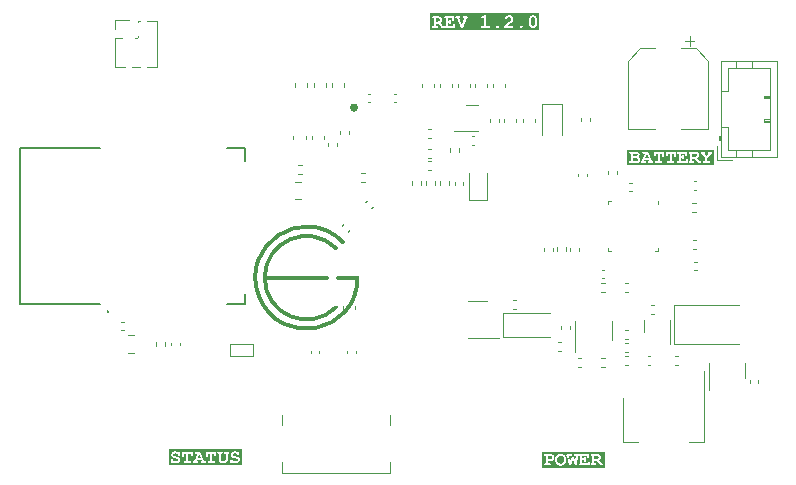
<source format=gbr>
%TF.GenerationSoftware,KiCad,Pcbnew,7.0.6*%
%TF.CreationDate,2024-03-18T22:21:06-04:00*%
%TF.ProjectId,Receiver,52656365-6976-4657-922e-6b696361645f,rev?*%
%TF.SameCoordinates,Original*%
%TF.FileFunction,Legend,Top*%
%TF.FilePolarity,Positive*%
%FSLAX46Y46*%
G04 Gerber Fmt 4.6, Leading zero omitted, Abs format (unit mm)*
G04 Created by KiCad (PCBNEW 7.0.6) date 2024-03-18 22:21:06*
%MOMM*%
%LPD*%
G01*
G04 APERTURE LIST*
%ADD10C,0.300000*%
%ADD11C,0.240000*%
%ADD12C,0.376228*%
%ADD13C,0.120000*%
%ADD14C,0.200000*%
%ADD15C,0.100000*%
G04 APERTURE END LIST*
D10*
X146409566Y-104399999D02*
X144790433Y-104400000D01*
D11*
G36*
X133159511Y-119634908D02*
G01*
X132886643Y-119634908D01*
X133023517Y-119339613D01*
X133159511Y-119634908D01*
G37*
G36*
X136627265Y-120285956D02*
G01*
X130430347Y-120285956D01*
X130430347Y-119979071D01*
X130604633Y-119979071D01*
X130604839Y-119990167D01*
X130605755Y-120004025D01*
X130607404Y-120016813D01*
X130610495Y-120031291D01*
X130614731Y-120044096D01*
X130620112Y-120055228D01*
X130628080Y-120066378D01*
X130632613Y-120071064D01*
X130642498Y-120079053D01*
X130653476Y-120085199D01*
X130665545Y-120089501D01*
X130678707Y-120091959D01*
X130690509Y-120092600D01*
X130701068Y-120091798D01*
X130712651Y-120088642D01*
X130723628Y-120082468D01*
X130729093Y-120077636D01*
X130737309Y-120068324D01*
X130745369Y-120057487D01*
X130752925Y-120046201D01*
X130759678Y-120035388D01*
X130767532Y-120040081D01*
X130779365Y-120046842D01*
X130791259Y-120053267D01*
X130803215Y-120059357D01*
X130815233Y-120065111D01*
X130827313Y-120070531D01*
X130839454Y-120075615D01*
X130851658Y-120080364D01*
X130863923Y-120084778D01*
X130876250Y-120088856D01*
X130888639Y-120092600D01*
X130896969Y-120094909D01*
X130909516Y-120098093D01*
X130922124Y-120100943D01*
X130934795Y-120103457D01*
X130947527Y-120105636D01*
X130960321Y-120107480D01*
X130973177Y-120108988D01*
X130986095Y-120110161D01*
X130999075Y-120111000D01*
X131012116Y-120111502D01*
X131025219Y-120111670D01*
X131047645Y-120111299D01*
X131069568Y-120110185D01*
X131090986Y-120108328D01*
X131111901Y-120105729D01*
X131132312Y-120102387D01*
X131152219Y-120098303D01*
X131171623Y-120093476D01*
X131190523Y-120087906D01*
X131208919Y-120081594D01*
X131226811Y-120074539D01*
X131244200Y-120066742D01*
X131261085Y-120058202D01*
X131277466Y-120048919D01*
X131293343Y-120038894D01*
X131308717Y-120028126D01*
X131323586Y-120016616D01*
X131334269Y-120007413D01*
X131344263Y-119997834D01*
X131353568Y-119987877D01*
X131362183Y-119977543D01*
X131370109Y-119966833D01*
X131377346Y-119955745D01*
X131383893Y-119944279D01*
X131389752Y-119932437D01*
X131394921Y-119920218D01*
X131399401Y-119907621D01*
X131403192Y-119894648D01*
X131406293Y-119881297D01*
X131408705Y-119867569D01*
X131410428Y-119853464D01*
X131411462Y-119838982D01*
X131411807Y-119824123D01*
X131411626Y-119813450D01*
X131410676Y-119797787D01*
X131408913Y-119782537D01*
X131406335Y-119767700D01*
X131402943Y-119753278D01*
X131398737Y-119739269D01*
X131393718Y-119725674D01*
X131387884Y-119712493D01*
X131381236Y-119699726D01*
X131373774Y-119687372D01*
X131365498Y-119675433D01*
X131359654Y-119667741D01*
X131350539Y-119656693D01*
X131341007Y-119646231D01*
X131331058Y-119636356D01*
X131320691Y-119627067D01*
X131309907Y-119618366D01*
X131298706Y-119610250D01*
X131287087Y-119602722D01*
X131275051Y-119595780D01*
X131262598Y-119589425D01*
X131249727Y-119583656D01*
X131245309Y-119581818D01*
X131231350Y-119576370D01*
X131216334Y-119571021D01*
X131200262Y-119565772D01*
X131188961Y-119562327D01*
X131177191Y-119558927D01*
X131164951Y-119555572D01*
X131152241Y-119552260D01*
X131139062Y-119548993D01*
X131125414Y-119545770D01*
X131111297Y-119542591D01*
X131096710Y-119539457D01*
X131081653Y-119536366D01*
X131066127Y-119533320D01*
X131050132Y-119530318D01*
X131042134Y-119528823D01*
X131026733Y-119525911D01*
X131012125Y-119523103D01*
X130998308Y-119520400D01*
X130985284Y-119517802D01*
X130973052Y-119515309D01*
X130956189Y-119511766D01*
X130941110Y-119508458D01*
X130927812Y-119505386D01*
X130916298Y-119502550D01*
X130903717Y-119499135D01*
X130892449Y-119495455D01*
X130879754Y-119490322D01*
X130868046Y-119484607D01*
X130857325Y-119478310D01*
X130847592Y-119471431D01*
X130837216Y-119462408D01*
X130828262Y-119452546D01*
X130822014Y-119443929D01*
X130815914Y-119433453D01*
X130810724Y-119421046D01*
X130807611Y-119408439D01*
X130806573Y-119395633D01*
X130807039Y-119387561D01*
X130809889Y-119374235D01*
X130815328Y-119361069D01*
X130821545Y-119350651D01*
X130829420Y-119340336D01*
X130838952Y-119330123D01*
X130850142Y-119320013D01*
X130859623Y-119312498D01*
X130866439Y-119307662D01*
X130877222Y-119300995D01*
X130888675Y-119295029D01*
X130900798Y-119289765D01*
X130913590Y-119285203D01*
X130927053Y-119281342D01*
X130941185Y-119278184D01*
X130955986Y-119275727D01*
X130971458Y-119273973D01*
X130987599Y-119272920D01*
X131004410Y-119272569D01*
X131019857Y-119272904D01*
X131034836Y-119273910D01*
X131049349Y-119275586D01*
X131063394Y-119277932D01*
X131076973Y-119280949D01*
X131090084Y-119284637D01*
X131102728Y-119288995D01*
X131114905Y-119294023D01*
X131126478Y-119299540D01*
X131137308Y-119305365D01*
X131147397Y-119311497D01*
X131158965Y-119319593D01*
X131169373Y-119328170D01*
X131178623Y-119337228D01*
X131186713Y-119346765D01*
X131193435Y-119357362D01*
X131198807Y-119369109D01*
X131203032Y-119381016D01*
X131206906Y-119394621D01*
X131209867Y-119407254D01*
X131212928Y-119419700D01*
X131217187Y-119432829D01*
X131222085Y-119443990D01*
X131228606Y-119454521D01*
X131237124Y-119463274D01*
X131242973Y-119467743D01*
X131253846Y-119474131D01*
X131265533Y-119478694D01*
X131278033Y-119481432D01*
X131291346Y-119482344D01*
X131295945Y-119482240D01*
X131309097Y-119480687D01*
X131321279Y-119477268D01*
X131332494Y-119471985D01*
X131342739Y-119464837D01*
X131352016Y-119455824D01*
X131359985Y-119444500D01*
X131365366Y-119433127D01*
X131369602Y-119419993D01*
X131372166Y-119408218D01*
X131373998Y-119395316D01*
X131375097Y-119381288D01*
X131375464Y-119366133D01*
X131375464Y-119235322D01*
X131375257Y-119224012D01*
X131374342Y-119209903D01*
X131372693Y-119196901D01*
X131369602Y-119182207D01*
X131365366Y-119169245D01*
X131359985Y-119158014D01*
X131352016Y-119146823D01*
X131349032Y-119143575D01*
X131339432Y-119135090D01*
X131328863Y-119128490D01*
X131317326Y-119123776D01*
X131304821Y-119120948D01*
X131291346Y-119120005D01*
X131575938Y-119120005D01*
X131575938Y-119463274D01*
X131576144Y-119474530D01*
X131577060Y-119488577D01*
X131578709Y-119501525D01*
X131581800Y-119516164D01*
X131586036Y-119529087D01*
X131591417Y-119540293D01*
X131599385Y-119551475D01*
X131602370Y-119554650D01*
X131611970Y-119562947D01*
X131622538Y-119569400D01*
X131634076Y-119574009D01*
X131646581Y-119576775D01*
X131660055Y-119577696D01*
X131664725Y-119577594D01*
X131678062Y-119576058D01*
X131690389Y-119572677D01*
X131701706Y-119567454D01*
X131712014Y-119560386D01*
X131721311Y-119551475D01*
X131728066Y-119542329D01*
X131733676Y-119531466D01*
X131738141Y-119518886D01*
X131741461Y-119504590D01*
X131743293Y-119491917D01*
X131744392Y-119478144D01*
X131744759Y-119463274D01*
X131744759Y-119291639D01*
X131927941Y-119291639D01*
X131927941Y-119920965D01*
X131814808Y-119920965D01*
X131803684Y-119921175D01*
X131789805Y-119922106D01*
X131777017Y-119923782D01*
X131762564Y-119926925D01*
X131749814Y-119931231D01*
X131738768Y-119936702D01*
X131727759Y-119944803D01*
X131724636Y-119947804D01*
X131716475Y-119957505D01*
X131710128Y-119968253D01*
X131705594Y-119980048D01*
X131702874Y-119992892D01*
X131701967Y-120006782D01*
X131702068Y-120011530D01*
X131703579Y-120025089D01*
X131706904Y-120037622D01*
X131712042Y-120049128D01*
X131718994Y-120059607D01*
X131727759Y-120069059D01*
X131736763Y-120075841D01*
X131747469Y-120081473D01*
X131759878Y-120085956D01*
X131773990Y-120089289D01*
X131786506Y-120091128D01*
X131800112Y-120092232D01*
X131814808Y-120092600D01*
X132210481Y-120092600D01*
X132221605Y-120092393D01*
X132235483Y-120091473D01*
X132248272Y-120089818D01*
X132262725Y-120086714D01*
X132275474Y-120082462D01*
X132286521Y-120077059D01*
X132297529Y-120069059D01*
X132300688Y-120066023D01*
X132308941Y-120056228D01*
X132315361Y-120045406D01*
X132319946Y-120033558D01*
X132322697Y-120020684D01*
X132323614Y-120006782D01*
X132478660Y-120006782D01*
X132478762Y-120011530D01*
X132480290Y-120025089D01*
X132483653Y-120037622D01*
X132488849Y-120049128D01*
X132495880Y-120059607D01*
X132504745Y-120069059D01*
X132513663Y-120075841D01*
X132524299Y-120081473D01*
X132536653Y-120085956D01*
X132550724Y-120089289D01*
X132563217Y-120091128D01*
X132576809Y-120092232D01*
X132591500Y-120092600D01*
X132818939Y-120092600D01*
X132830063Y-120092393D01*
X132843941Y-120091473D01*
X132856730Y-120089818D01*
X132871182Y-120086714D01*
X132883932Y-120082462D01*
X132894979Y-120077059D01*
X132905987Y-120069059D01*
X132909146Y-120066023D01*
X132917399Y-120056228D01*
X132923819Y-120045406D01*
X132928404Y-120033558D01*
X132931155Y-120020684D01*
X132932072Y-120006782D01*
X132931970Y-120002036D01*
X132930442Y-119988494D01*
X132927079Y-119976000D01*
X132921883Y-119964554D01*
X132914852Y-119954155D01*
X132905987Y-119944803D01*
X132896984Y-119937936D01*
X132886278Y-119932232D01*
X132873869Y-119927693D01*
X132859756Y-119924317D01*
X132847240Y-119922455D01*
X132833635Y-119921338D01*
X132818939Y-119920965D01*
X132777906Y-119920965D01*
X132818939Y-119806542D01*
X133229560Y-119806542D01*
X133270006Y-119920965D01*
X133228681Y-119920965D01*
X133217557Y-119921175D01*
X133203678Y-119922106D01*
X133190890Y-119923782D01*
X133176437Y-119926925D01*
X133163687Y-119931231D01*
X133152641Y-119936702D01*
X133141632Y-119944803D01*
X133138509Y-119947804D01*
X133130348Y-119957505D01*
X133124001Y-119968253D01*
X133119467Y-119980048D01*
X133116747Y-119992892D01*
X133115840Y-120006782D01*
X133115941Y-120011530D01*
X133117452Y-120025089D01*
X133120777Y-120037622D01*
X133125915Y-120049128D01*
X133132867Y-120059607D01*
X133141632Y-120069059D01*
X133150636Y-120075841D01*
X133161342Y-120081473D01*
X133173751Y-120085956D01*
X133187863Y-120089289D01*
X133200379Y-120091128D01*
X133213985Y-120092232D01*
X133228681Y-120092600D01*
X133456120Y-120092600D01*
X133467238Y-120092393D01*
X133481094Y-120091473D01*
X133493841Y-120089818D01*
X133508217Y-120086714D01*
X133520860Y-120082462D01*
X133531773Y-120077059D01*
X133542581Y-120069059D01*
X133545705Y-120066023D01*
X133553866Y-120056228D01*
X133560213Y-120045406D01*
X133564747Y-120033558D01*
X133567467Y-120020684D01*
X133568374Y-120006782D01*
X133568226Y-120002003D01*
X133566010Y-119987973D01*
X133562134Y-119976633D01*
X133556411Y-119965613D01*
X133548841Y-119954913D01*
X133539426Y-119944533D01*
X133530565Y-119936460D01*
X133528025Y-119934584D01*
X133516649Y-119928970D01*
X133503817Y-119925338D01*
X133490952Y-119923144D01*
X133479237Y-119921934D01*
X133466259Y-119921207D01*
X133452016Y-119920965D01*
X133115840Y-119120005D01*
X133592407Y-119120005D01*
X133592407Y-119463274D01*
X133592613Y-119474530D01*
X133593529Y-119488577D01*
X133595178Y-119501525D01*
X133598269Y-119516164D01*
X133602505Y-119529087D01*
X133607886Y-119540293D01*
X133615854Y-119551475D01*
X133618839Y-119554650D01*
X133628439Y-119562947D01*
X133639007Y-119569400D01*
X133650544Y-119574009D01*
X133663050Y-119576775D01*
X133676524Y-119577696D01*
X133681194Y-119577594D01*
X133694531Y-119576058D01*
X133706858Y-119572677D01*
X133718175Y-119567454D01*
X133728483Y-119560386D01*
X133737780Y-119551475D01*
X133744535Y-119542329D01*
X133750145Y-119531466D01*
X133754610Y-119518886D01*
X133757930Y-119504590D01*
X133759762Y-119491917D01*
X133760861Y-119478144D01*
X133761228Y-119463274D01*
X133761228Y-119291639D01*
X133944410Y-119291639D01*
X133944410Y-119920965D01*
X133831277Y-119920965D01*
X133820153Y-119921175D01*
X133806274Y-119922106D01*
X133793486Y-119923782D01*
X133779033Y-119926925D01*
X133766283Y-119931231D01*
X133755236Y-119936702D01*
X133744228Y-119944803D01*
X133741105Y-119947804D01*
X133732944Y-119957505D01*
X133726597Y-119968253D01*
X133722063Y-119980048D01*
X133719343Y-119992892D01*
X133718436Y-120006782D01*
X133718537Y-120011530D01*
X133720048Y-120025089D01*
X133723373Y-120037622D01*
X133728511Y-120049128D01*
X133735463Y-120059607D01*
X133744228Y-120069059D01*
X133753232Y-120075841D01*
X133763938Y-120081473D01*
X133776347Y-120085956D01*
X133790459Y-120089289D01*
X133802975Y-120091128D01*
X133816581Y-120092232D01*
X133831277Y-120092600D01*
X134226950Y-120092600D01*
X134238074Y-120092393D01*
X134251952Y-120091473D01*
X134264741Y-120089818D01*
X134279193Y-120086714D01*
X134291943Y-120082462D01*
X134302990Y-120077059D01*
X134313998Y-120069059D01*
X134317157Y-120066023D01*
X134325410Y-120056228D01*
X134331830Y-120045406D01*
X134336415Y-120033558D01*
X134339166Y-120020684D01*
X134340083Y-120006782D01*
X134339981Y-120002036D01*
X134338453Y-119988494D01*
X134335090Y-119976000D01*
X134329894Y-119964554D01*
X134322863Y-119954155D01*
X134313998Y-119944803D01*
X134304995Y-119937936D01*
X134294289Y-119932232D01*
X134281880Y-119927693D01*
X134267768Y-119924317D01*
X134255252Y-119922455D01*
X134241646Y-119921338D01*
X134226950Y-119920965D01*
X134113230Y-119920965D01*
X134113230Y-119291639D01*
X134298757Y-119291639D01*
X134298757Y-119463274D01*
X134298963Y-119474530D01*
X134299879Y-119488577D01*
X134301528Y-119501525D01*
X134304619Y-119516164D01*
X134308855Y-119529087D01*
X134314236Y-119540293D01*
X134322205Y-119551475D01*
X134325189Y-119554650D01*
X134334789Y-119562947D01*
X134345358Y-119569400D01*
X134356895Y-119574009D01*
X134369400Y-119576775D01*
X134382875Y-119577696D01*
X134387545Y-119577594D01*
X134400881Y-119576058D01*
X134413208Y-119572677D01*
X134424526Y-119567454D01*
X134434833Y-119560386D01*
X134444131Y-119551475D01*
X134450970Y-119542329D01*
X134456650Y-119531466D01*
X134461171Y-119518886D01*
X134464533Y-119504590D01*
X134466387Y-119491917D01*
X134467500Y-119478144D01*
X134467871Y-119463274D01*
X134467871Y-119205822D01*
X134551109Y-119205822D01*
X134551209Y-119210570D01*
X134552703Y-119224129D01*
X134555990Y-119236661D01*
X134561070Y-119248167D01*
X134567942Y-119258647D01*
X134576608Y-119268099D01*
X134581636Y-119272306D01*
X134593177Y-119279478D01*
X134604305Y-119284191D01*
X134616807Y-119287754D01*
X134630683Y-119290168D01*
X134642773Y-119291271D01*
X134655743Y-119291639D01*
X134655743Y-119751119D01*
X134655862Y-119762630D01*
X134656487Y-119779348D01*
X134657648Y-119795405D01*
X134659345Y-119810803D01*
X134661577Y-119825541D01*
X134664345Y-119839618D01*
X134667650Y-119853036D01*
X134671489Y-119865794D01*
X134675865Y-119877891D01*
X134680777Y-119889329D01*
X134686224Y-119900107D01*
X134690129Y-119907056D01*
X134696344Y-119917418D01*
X134702985Y-119927707D01*
X134710055Y-119937922D01*
X134717552Y-119948065D01*
X134725476Y-119958134D01*
X134733829Y-119968129D01*
X134742609Y-119978051D01*
X134751816Y-119987900D01*
X134761451Y-119997676D01*
X134771514Y-120007378D01*
X134778420Y-120013688D01*
X134788985Y-120022791D01*
X134799797Y-120031458D01*
X134810857Y-120039692D01*
X134822164Y-120047490D01*
X134833718Y-120054853D01*
X134845519Y-120061782D01*
X134857568Y-120068276D01*
X134869864Y-120074336D01*
X134882408Y-120079960D01*
X134895198Y-120085150D01*
X134903845Y-120088361D01*
X134916951Y-120092790D01*
X134930223Y-120096753D01*
X134943659Y-120100249D01*
X134957260Y-120103279D01*
X134971027Y-120105843D01*
X134984958Y-120107941D01*
X134999053Y-120109572D01*
X135013314Y-120110738D01*
X135027740Y-120111437D01*
X135042330Y-120111670D01*
X135061935Y-120111259D01*
X135081183Y-120110026D01*
X135100074Y-120107972D01*
X135118607Y-120105096D01*
X135136784Y-120101398D01*
X135154603Y-120096878D01*
X135172064Y-120091537D01*
X135189169Y-120085374D01*
X135205917Y-120078389D01*
X135222307Y-120070582D01*
X135238340Y-120061953D01*
X135254016Y-120052503D01*
X135269334Y-120042231D01*
X135284296Y-120031137D01*
X135298900Y-120019222D01*
X135313147Y-120006484D01*
X135326775Y-119993160D01*
X135339525Y-119979485D01*
X135339875Y-119979071D01*
X135645806Y-119979071D01*
X135646012Y-119990167D01*
X135646927Y-120004025D01*
X135648576Y-120016813D01*
X135651667Y-120031291D01*
X135655903Y-120044096D01*
X135661284Y-120055228D01*
X135669253Y-120066378D01*
X135673786Y-120071064D01*
X135683671Y-120079053D01*
X135694648Y-120085199D01*
X135706717Y-120089501D01*
X135719879Y-120091959D01*
X135731681Y-120092600D01*
X135742240Y-120091798D01*
X135753823Y-120088642D01*
X135764801Y-120082468D01*
X135770265Y-120077636D01*
X135778481Y-120068324D01*
X135786541Y-120057487D01*
X135794097Y-120046201D01*
X135800851Y-120035388D01*
X135808705Y-120040081D01*
X135820537Y-120046842D01*
X135832431Y-120053267D01*
X135844388Y-120059357D01*
X135856405Y-120065111D01*
X135868485Y-120070531D01*
X135880627Y-120075615D01*
X135892830Y-120080364D01*
X135905095Y-120084778D01*
X135917422Y-120088856D01*
X135929811Y-120092600D01*
X135938141Y-120094909D01*
X135950688Y-120098093D01*
X135963297Y-120100943D01*
X135975967Y-120103457D01*
X135988700Y-120105636D01*
X136001494Y-120107480D01*
X136014350Y-120108988D01*
X136027267Y-120110161D01*
X136040247Y-120111000D01*
X136053288Y-120111502D01*
X136066392Y-120111670D01*
X136088818Y-120111299D01*
X136110740Y-120110185D01*
X136132159Y-120108328D01*
X136153073Y-120105729D01*
X136173485Y-120102387D01*
X136193392Y-120098303D01*
X136212795Y-120093476D01*
X136231695Y-120087906D01*
X136250091Y-120081594D01*
X136267984Y-120074539D01*
X136285372Y-120066742D01*
X136302257Y-120058202D01*
X136318638Y-120048919D01*
X136334515Y-120038894D01*
X136349889Y-120028126D01*
X136364759Y-120016616D01*
X136375442Y-120007413D01*
X136385435Y-119997834D01*
X136394740Y-119987877D01*
X136403355Y-119977543D01*
X136411281Y-119966833D01*
X136418518Y-119955745D01*
X136425066Y-119944279D01*
X136430924Y-119932437D01*
X136436093Y-119920218D01*
X136440573Y-119907621D01*
X136444364Y-119894648D01*
X136447465Y-119881297D01*
X136449878Y-119867569D01*
X136451601Y-119853464D01*
X136452635Y-119838982D01*
X136452979Y-119824123D01*
X136452798Y-119813450D01*
X136451849Y-119797787D01*
X136450085Y-119782537D01*
X136447507Y-119767700D01*
X136444116Y-119753278D01*
X136439910Y-119739269D01*
X136434890Y-119725674D01*
X136429056Y-119712493D01*
X136422408Y-119699726D01*
X136414947Y-119687372D01*
X136406671Y-119675433D01*
X136400826Y-119667741D01*
X136391711Y-119656693D01*
X136382179Y-119646231D01*
X136372230Y-119636356D01*
X136361863Y-119627067D01*
X136351079Y-119618366D01*
X136339878Y-119610250D01*
X136328259Y-119602722D01*
X136316223Y-119595780D01*
X136303770Y-119589425D01*
X136290900Y-119583656D01*
X136286481Y-119581818D01*
X136272522Y-119576370D01*
X136257506Y-119571021D01*
X136241435Y-119565772D01*
X136230134Y-119562327D01*
X136218363Y-119558927D01*
X136206123Y-119555572D01*
X136193414Y-119552260D01*
X136180235Y-119548993D01*
X136166587Y-119545770D01*
X136152469Y-119542591D01*
X136137882Y-119539457D01*
X136122826Y-119536366D01*
X136107300Y-119533320D01*
X136091304Y-119530318D01*
X136083307Y-119528823D01*
X136067906Y-119525911D01*
X136053297Y-119523103D01*
X136039481Y-119520400D01*
X136026456Y-119517802D01*
X136014224Y-119515309D01*
X135997362Y-119511766D01*
X135982282Y-119508458D01*
X135968985Y-119505386D01*
X135957470Y-119502550D01*
X135944890Y-119499135D01*
X135933621Y-119495455D01*
X135920926Y-119490322D01*
X135909218Y-119484607D01*
X135898498Y-119478310D01*
X135888765Y-119471431D01*
X135878388Y-119462408D01*
X135869434Y-119452546D01*
X135863186Y-119443929D01*
X135857086Y-119433453D01*
X135851897Y-119421046D01*
X135848783Y-119408439D01*
X135847745Y-119395633D01*
X135848212Y-119387561D01*
X135851061Y-119374235D01*
X135856501Y-119361069D01*
X135862717Y-119350651D01*
X135870592Y-119340336D01*
X135880124Y-119330123D01*
X135891314Y-119320013D01*
X135900795Y-119312498D01*
X135907612Y-119307662D01*
X135918395Y-119300995D01*
X135929848Y-119295029D01*
X135941970Y-119289765D01*
X135954763Y-119285203D01*
X135968225Y-119281342D01*
X135982357Y-119278184D01*
X135997159Y-119275727D01*
X136012630Y-119273973D01*
X136028771Y-119272920D01*
X136045582Y-119272569D01*
X136061029Y-119272904D01*
X136076009Y-119273910D01*
X136090521Y-119275586D01*
X136104567Y-119277932D01*
X136118145Y-119280949D01*
X136131256Y-119284637D01*
X136143901Y-119288995D01*
X136156078Y-119294023D01*
X136167650Y-119299540D01*
X136178481Y-119305365D01*
X136188570Y-119311497D01*
X136200137Y-119319593D01*
X136210546Y-119328170D01*
X136219795Y-119337228D01*
X136227885Y-119346765D01*
X136234608Y-119357362D01*
X136239979Y-119369109D01*
X136244204Y-119381016D01*
X136248078Y-119394621D01*
X136251039Y-119407254D01*
X136254100Y-119419700D01*
X136258359Y-119432829D01*
X136263257Y-119443990D01*
X136269779Y-119454521D01*
X136278297Y-119463274D01*
X136284145Y-119467743D01*
X136295018Y-119474131D01*
X136306705Y-119478694D01*
X136319205Y-119481432D01*
X136332519Y-119482344D01*
X136337118Y-119482240D01*
X136350269Y-119480687D01*
X136362452Y-119477268D01*
X136373666Y-119471985D01*
X136383912Y-119464837D01*
X136393189Y-119455824D01*
X136401157Y-119444500D01*
X136406538Y-119433127D01*
X136410774Y-119419993D01*
X136413339Y-119408218D01*
X136415170Y-119395316D01*
X136416270Y-119381288D01*
X136416636Y-119366133D01*
X136416636Y-119235322D01*
X136416430Y-119224012D01*
X136415514Y-119209903D01*
X136413865Y-119196901D01*
X136410774Y-119182207D01*
X136406538Y-119169245D01*
X136401157Y-119158014D01*
X136393189Y-119146823D01*
X136390204Y-119143575D01*
X136380604Y-119135090D01*
X136370036Y-119128490D01*
X136358498Y-119123776D01*
X136345993Y-119120948D01*
X136332519Y-119120005D01*
X136320199Y-119122016D01*
X136307858Y-119128050D01*
X136297558Y-119136152D01*
X136289308Y-119144644D01*
X136281049Y-119154924D01*
X136272780Y-119166992D01*
X136266573Y-119177216D01*
X136255056Y-119167844D01*
X136243217Y-119159096D01*
X136231059Y-119150971D01*
X136218579Y-119143471D01*
X136205780Y-119136594D01*
X136192659Y-119130341D01*
X136179218Y-119124712D01*
X136165457Y-119119707D01*
X136154985Y-119116352D01*
X136140759Y-119112392D01*
X136126230Y-119109019D01*
X136111399Y-119106233D01*
X136096266Y-119104033D01*
X136080831Y-119102419D01*
X136069056Y-119101594D01*
X136057111Y-119101099D01*
X136044996Y-119100934D01*
X136024938Y-119101277D01*
X136005355Y-119102303D01*
X135986250Y-119104014D01*
X135967620Y-119106410D01*
X135949467Y-119109490D01*
X135931789Y-119113254D01*
X135914589Y-119117703D01*
X135897864Y-119122836D01*
X135881616Y-119128653D01*
X135865844Y-119135155D01*
X135850548Y-119142342D01*
X135835729Y-119150212D01*
X135821386Y-119158767D01*
X135807519Y-119168007D01*
X135794128Y-119177931D01*
X135781214Y-119188539D01*
X135768934Y-119199567D01*
X135757446Y-119210823D01*
X135746750Y-119222306D01*
X135736847Y-119234018D01*
X135727736Y-119245958D01*
X135719417Y-119258126D01*
X135711891Y-119270523D01*
X135705157Y-119283147D01*
X135699215Y-119296000D01*
X135694065Y-119309080D01*
X135689707Y-119322389D01*
X135686142Y-119335926D01*
X135683369Y-119349691D01*
X135681389Y-119363684D01*
X135680200Y-119377906D01*
X135679804Y-119392355D01*
X135679964Y-119401516D01*
X135680806Y-119415108D01*
X135682369Y-119428522D01*
X135684653Y-119441758D01*
X135687658Y-119454816D01*
X135691385Y-119467696D01*
X135695833Y-119480398D01*
X135701002Y-119492922D01*
X135706892Y-119505267D01*
X135713504Y-119517435D01*
X135720837Y-119529424D01*
X135726118Y-119537210D01*
X135734474Y-119548474D01*
X135743350Y-119559241D01*
X135752746Y-119569509D01*
X135762663Y-119579281D01*
X135773100Y-119588554D01*
X135784058Y-119597330D01*
X135795535Y-119605609D01*
X135807534Y-119613390D01*
X135820052Y-119620673D01*
X135833091Y-119627459D01*
X135842220Y-119631775D01*
X135856902Y-119638091D01*
X135872768Y-119644220D01*
X135884004Y-119648200D01*
X135895767Y-119652097D01*
X135908056Y-119655911D01*
X135920872Y-119659640D01*
X135934214Y-119663286D01*
X135948084Y-119666847D01*
X135962479Y-119670325D01*
X135977402Y-119673719D01*
X135992851Y-119677030D01*
X136008827Y-119680256D01*
X136025329Y-119683399D01*
X136042358Y-119686458D01*
X136049441Y-119687697D01*
X136063127Y-119690128D01*
X136076174Y-119692493D01*
X136088582Y-119694793D01*
X136105997Y-119698121D01*
X136121974Y-119701302D01*
X136136514Y-119704336D01*
X136149616Y-119707224D01*
X136164850Y-119710846D01*
X136177529Y-119714208D01*
X136189783Y-119718043D01*
X136195975Y-119720201D01*
X136207698Y-119724727D01*
X136221116Y-119730777D01*
X136233161Y-119737263D01*
X136243831Y-119744186D01*
X136253128Y-119751545D01*
X136262470Y-119760952D01*
X136267691Y-119767489D01*
X136275152Y-119779197D01*
X136280481Y-119791248D01*
X136283679Y-119803641D01*
X136284745Y-119816375D01*
X136284021Y-119827182D01*
X136281082Y-119840074D01*
X136275881Y-119852283D01*
X136268419Y-119863808D01*
X136258696Y-119874648D01*
X136249290Y-119882829D01*
X136238436Y-119890572D01*
X136229228Y-119896561D01*
X136214819Y-119904821D01*
X136199693Y-119912212D01*
X136183852Y-119918733D01*
X136167294Y-119924385D01*
X136155858Y-119927670D01*
X136144103Y-119930568D01*
X136132030Y-119933080D01*
X136119639Y-119935205D01*
X136106930Y-119936944D01*
X136093902Y-119938297D01*
X136080556Y-119939263D01*
X136066892Y-119939842D01*
X136052909Y-119940036D01*
X136043905Y-119939936D01*
X136030566Y-119939410D01*
X136017427Y-119938434D01*
X136004490Y-119937008D01*
X135991753Y-119935131D01*
X135979217Y-119932803D01*
X135966883Y-119930026D01*
X135954749Y-119926797D01*
X135942816Y-119923119D01*
X135931084Y-119918989D01*
X135919553Y-119914410D01*
X135915779Y-119912809D01*
X135904889Y-119908017D01*
X135891379Y-119901653D01*
X135879024Y-119895316D01*
X135867822Y-119889007D01*
X135855443Y-119881161D01*
X135844867Y-119873358D01*
X135834556Y-119864052D01*
X135833843Y-119863228D01*
X135826767Y-119852532D01*
X135821189Y-119840748D01*
X135816369Y-119828084D01*
X135812281Y-119815482D01*
X135809492Y-119806864D01*
X135804742Y-119795141D01*
X135798341Y-119783292D01*
X135791014Y-119773411D01*
X135781507Y-119764528D01*
X135778941Y-119762687D01*
X135767923Y-119756514D01*
X135755695Y-119752240D01*
X135744005Y-119750058D01*
X135731388Y-119749331D01*
X135726612Y-119749434D01*
X135712997Y-119750988D01*
X135700453Y-119754407D01*
X135688982Y-119759690D01*
X135678581Y-119766838D01*
X135669253Y-119775851D01*
X135662498Y-119784911D01*
X135656888Y-119795702D01*
X135652423Y-119808225D01*
X135649103Y-119822479D01*
X135647271Y-119835129D01*
X135646172Y-119848887D01*
X135645806Y-119863754D01*
X135645806Y-119979071D01*
X135339875Y-119979071D01*
X135351395Y-119965458D01*
X135362386Y-119951079D01*
X135372498Y-119936349D01*
X135381730Y-119921268D01*
X135390083Y-119905835D01*
X135397557Y-119890050D01*
X135404152Y-119873914D01*
X135409867Y-119857426D01*
X135414703Y-119840587D01*
X135418660Y-119823397D01*
X135421737Y-119805854D01*
X135423935Y-119787961D01*
X135425254Y-119769715D01*
X135425694Y-119751119D01*
X135425694Y-119291639D01*
X135432288Y-119291547D01*
X135444818Y-119290812D01*
X135456468Y-119289340D01*
X135469795Y-119286467D01*
X135481748Y-119282444D01*
X135494277Y-119276099D01*
X135504829Y-119268099D01*
X135507916Y-119265062D01*
X135515984Y-119255268D01*
X135522259Y-119244446D01*
X135526742Y-119232598D01*
X135529431Y-119219723D01*
X135530327Y-119205822D01*
X135530226Y-119201075D01*
X135528697Y-119187534D01*
X135525335Y-119175040D01*
X135520138Y-119163593D01*
X135513107Y-119153194D01*
X135504242Y-119143843D01*
X135495324Y-119136976D01*
X135484688Y-119131272D01*
X135472334Y-119126733D01*
X135458264Y-119123357D01*
X135445771Y-119121495D01*
X135432178Y-119120377D01*
X135417487Y-119120005D01*
X135195617Y-119120005D01*
X135184493Y-119120214D01*
X135170615Y-119121146D01*
X135157826Y-119122822D01*
X135143374Y-119125964D01*
X135130624Y-119130271D01*
X135119577Y-119135742D01*
X135108569Y-119143843D01*
X135105446Y-119146844D01*
X135097285Y-119156544D01*
X135090938Y-119167292D01*
X135086404Y-119179088D01*
X135083684Y-119191931D01*
X135082777Y-119205822D01*
X135082878Y-119210570D01*
X135084389Y-119224129D01*
X135087714Y-119236661D01*
X135092852Y-119248167D01*
X135099804Y-119258647D01*
X135108569Y-119268099D01*
X135117572Y-119274881D01*
X135128278Y-119280513D01*
X135140687Y-119284996D01*
X135154800Y-119288329D01*
X135167315Y-119290168D01*
X135180921Y-119291271D01*
X135195617Y-119291639D01*
X135256580Y-119291639D01*
X135256580Y-119758568D01*
X135256500Y-119764249D01*
X135255598Y-119777974D01*
X135253695Y-119791015D01*
X135250790Y-119803372D01*
X135246883Y-119815045D01*
X135241974Y-119826034D01*
X135236064Y-119836340D01*
X135227491Y-119848627D01*
X135218332Y-119860159D01*
X135208586Y-119870938D01*
X135198255Y-119880962D01*
X135187337Y-119890232D01*
X135175833Y-119898747D01*
X135163743Y-119906509D01*
X135151067Y-119913516D01*
X135137983Y-119919731D01*
X135124671Y-119925118D01*
X135111129Y-119929676D01*
X135097358Y-119933406D01*
X135083358Y-119936306D01*
X135069130Y-119938378D01*
X135054672Y-119939621D01*
X135039986Y-119940036D01*
X135028950Y-119939821D01*
X135012779Y-119938697D01*
X134997066Y-119936609D01*
X134981812Y-119933557D01*
X134967016Y-119929541D01*
X134952679Y-119924562D01*
X134938800Y-119918619D01*
X134925380Y-119911712D01*
X134912419Y-119903841D01*
X134899916Y-119895006D01*
X134887871Y-119885208D01*
X134880240Y-119878253D01*
X134869717Y-119867581D01*
X134860302Y-119856621D01*
X134851995Y-119845373D01*
X134844795Y-119833836D01*
X134838702Y-119822012D01*
X134833718Y-119809899D01*
X134829841Y-119797499D01*
X134827072Y-119784810D01*
X134825410Y-119771833D01*
X134824856Y-119758568D01*
X134824856Y-119291639D01*
X134885819Y-119291639D01*
X134896941Y-119291432D01*
X134910808Y-119290513D01*
X134923576Y-119288858D01*
X134937990Y-119285754D01*
X134950687Y-119281501D01*
X134961666Y-119276099D01*
X134972575Y-119268099D01*
X134975733Y-119265062D01*
X134983987Y-119255268D01*
X134990406Y-119244446D01*
X134994991Y-119232598D01*
X134997743Y-119219723D01*
X134998660Y-119205822D01*
X134998558Y-119201075D01*
X134997029Y-119187534D01*
X134993667Y-119175040D01*
X134988470Y-119163593D01*
X134981439Y-119153194D01*
X134972575Y-119143843D01*
X134963656Y-119136976D01*
X134953020Y-119131272D01*
X134940666Y-119126733D01*
X134926596Y-119123357D01*
X134914103Y-119121495D01*
X134900511Y-119120377D01*
X134885819Y-119120005D01*
X134663949Y-119120005D01*
X134649057Y-119120377D01*
X134635300Y-119121495D01*
X134622678Y-119123357D01*
X134611193Y-119125964D01*
X134598433Y-119130271D01*
X134587448Y-119135742D01*
X134576608Y-119143843D01*
X134573520Y-119146844D01*
X134565452Y-119156544D01*
X134559177Y-119167292D01*
X134554695Y-119179088D01*
X134552006Y-119191931D01*
X134551109Y-119205822D01*
X134467871Y-119205822D01*
X134467871Y-119120005D01*
X133592407Y-119120005D01*
X133115840Y-119120005D01*
X132750648Y-119120005D01*
X132739524Y-119120214D01*
X132725646Y-119121146D01*
X132712858Y-119122822D01*
X132698405Y-119125964D01*
X132685655Y-119130271D01*
X132674608Y-119135742D01*
X132663600Y-119143843D01*
X132660442Y-119146844D01*
X132652188Y-119156544D01*
X132645769Y-119167292D01*
X132641183Y-119179088D01*
X132638432Y-119191931D01*
X132637515Y-119205822D01*
X132637617Y-119210570D01*
X132639146Y-119224129D01*
X132642508Y-119236661D01*
X132647705Y-119248167D01*
X132654735Y-119258647D01*
X132663600Y-119268099D01*
X132672603Y-119274881D01*
X132683310Y-119280513D01*
X132695719Y-119284996D01*
X132709831Y-119288329D01*
X132722347Y-119290168D01*
X132735953Y-119291271D01*
X132750648Y-119291639D01*
X132861144Y-119291639D01*
X132716303Y-119634908D01*
X132595603Y-119920965D01*
X132580481Y-119921338D01*
X132566477Y-119922455D01*
X132553590Y-119924317D01*
X132541821Y-119926925D01*
X132528680Y-119931231D01*
X132517286Y-119936702D01*
X132505917Y-119944803D01*
X132502616Y-119947804D01*
X132493992Y-119957505D01*
X132487284Y-119968253D01*
X132482493Y-119980048D01*
X132479618Y-119992892D01*
X132478660Y-120006782D01*
X132323614Y-120006782D01*
X132323512Y-120002036D01*
X132321984Y-119988494D01*
X132318621Y-119976000D01*
X132313425Y-119964554D01*
X132306394Y-119954155D01*
X132297529Y-119944803D01*
X132288526Y-119937936D01*
X132277820Y-119932232D01*
X132265411Y-119927693D01*
X132251299Y-119924317D01*
X132238783Y-119922455D01*
X132225177Y-119921338D01*
X132210481Y-119920965D01*
X132096762Y-119920965D01*
X132096762Y-119291639D01*
X132282288Y-119291639D01*
X132282288Y-119463274D01*
X132282494Y-119474530D01*
X132283410Y-119488577D01*
X132285059Y-119501525D01*
X132288150Y-119516164D01*
X132292386Y-119529087D01*
X132297767Y-119540293D01*
X132305736Y-119551475D01*
X132308720Y-119554650D01*
X132318320Y-119562947D01*
X132328889Y-119569400D01*
X132340426Y-119574009D01*
X132352931Y-119576775D01*
X132366406Y-119577696D01*
X132371076Y-119577594D01*
X132384412Y-119576058D01*
X132396739Y-119572677D01*
X132408057Y-119567454D01*
X132418364Y-119560386D01*
X132427662Y-119551475D01*
X132434501Y-119542329D01*
X132440181Y-119531466D01*
X132444702Y-119518886D01*
X132448064Y-119504590D01*
X132449918Y-119491917D01*
X132451031Y-119478144D01*
X132451402Y-119463274D01*
X132451402Y-119120005D01*
X131575938Y-119120005D01*
X131291346Y-119120005D01*
X131279026Y-119122016D01*
X131266685Y-119128050D01*
X131256386Y-119136152D01*
X131248136Y-119144644D01*
X131239876Y-119154924D01*
X131231608Y-119166992D01*
X131225401Y-119177216D01*
X131213883Y-119167844D01*
X131202045Y-119159096D01*
X131189886Y-119150971D01*
X131177407Y-119143471D01*
X131164607Y-119136594D01*
X131151487Y-119130341D01*
X131138046Y-119124712D01*
X131124284Y-119119707D01*
X131113813Y-119116352D01*
X131099586Y-119112392D01*
X131085058Y-119109019D01*
X131070227Y-119106233D01*
X131055094Y-119104033D01*
X131039658Y-119102419D01*
X131027883Y-119101594D01*
X131015939Y-119101099D01*
X131003824Y-119100934D01*
X130983765Y-119101277D01*
X130964183Y-119102303D01*
X130945077Y-119104014D01*
X130926448Y-119106410D01*
X130908294Y-119109490D01*
X130890617Y-119113254D01*
X130873416Y-119117703D01*
X130856692Y-119122836D01*
X130840443Y-119128653D01*
X130824672Y-119135155D01*
X130809376Y-119142342D01*
X130794556Y-119150212D01*
X130780213Y-119158767D01*
X130766346Y-119168007D01*
X130752956Y-119177931D01*
X130740041Y-119188539D01*
X130727761Y-119199567D01*
X130716273Y-119210823D01*
X130705578Y-119222306D01*
X130695675Y-119234018D01*
X130686564Y-119245958D01*
X130678245Y-119258126D01*
X130670718Y-119270523D01*
X130663984Y-119283147D01*
X130658042Y-119296000D01*
X130652892Y-119309080D01*
X130648535Y-119322389D01*
X130644970Y-119335926D01*
X130642197Y-119349691D01*
X130640216Y-119363684D01*
X130639028Y-119377906D01*
X130638632Y-119392355D01*
X130638792Y-119401516D01*
X130639634Y-119415108D01*
X130641196Y-119428522D01*
X130643480Y-119441758D01*
X130646486Y-119454816D01*
X130650212Y-119467696D01*
X130654660Y-119480398D01*
X130659829Y-119492922D01*
X130665720Y-119505267D01*
X130672332Y-119517435D01*
X130679665Y-119529424D01*
X130684946Y-119537210D01*
X130693302Y-119548474D01*
X130702178Y-119559241D01*
X130711574Y-119569509D01*
X130721491Y-119579281D01*
X130731928Y-119588554D01*
X130742885Y-119597330D01*
X130754363Y-119605609D01*
X130766361Y-119613390D01*
X130778880Y-119620673D01*
X130791919Y-119627459D01*
X130801048Y-119631775D01*
X130815729Y-119638091D01*
X130831596Y-119644220D01*
X130842832Y-119648200D01*
X130854594Y-119652097D01*
X130866884Y-119655911D01*
X130879699Y-119659640D01*
X130893042Y-119663286D01*
X130906911Y-119666847D01*
X130921307Y-119670325D01*
X130936229Y-119673719D01*
X130951679Y-119677030D01*
X130967654Y-119680256D01*
X130984157Y-119683399D01*
X131001186Y-119686458D01*
X131008268Y-119687697D01*
X131021954Y-119690128D01*
X131035002Y-119692493D01*
X131047410Y-119694793D01*
X131064824Y-119698121D01*
X131080802Y-119701302D01*
X131095341Y-119704336D01*
X131108444Y-119707224D01*
X131123678Y-119710846D01*
X131136356Y-119714208D01*
X131148611Y-119718043D01*
X131154802Y-119720201D01*
X131166526Y-119724727D01*
X131179944Y-119730777D01*
X131191988Y-119737263D01*
X131202659Y-119744186D01*
X131211955Y-119751545D01*
X131221297Y-119760952D01*
X131226518Y-119767489D01*
X131233979Y-119779197D01*
X131239309Y-119791248D01*
X131242507Y-119803641D01*
X131243572Y-119816375D01*
X131242849Y-119827182D01*
X131239909Y-119840074D01*
X131234709Y-119852283D01*
X131227247Y-119863808D01*
X131217524Y-119874648D01*
X131208118Y-119882829D01*
X131197264Y-119890572D01*
X131188056Y-119896561D01*
X131173646Y-119904821D01*
X131158521Y-119912212D01*
X131142679Y-119918733D01*
X131126122Y-119924385D01*
X131114685Y-119927670D01*
X131102931Y-119930568D01*
X131090858Y-119933080D01*
X131078467Y-119935205D01*
X131065758Y-119936944D01*
X131052730Y-119938297D01*
X131039384Y-119939263D01*
X131025720Y-119939842D01*
X131011737Y-119940036D01*
X131002733Y-119939936D01*
X130989393Y-119939410D01*
X130976255Y-119938434D01*
X130963317Y-119937008D01*
X130950581Y-119935131D01*
X130938045Y-119932803D01*
X130925710Y-119930026D01*
X130913576Y-119926797D01*
X130901644Y-119923119D01*
X130889912Y-119918989D01*
X130878381Y-119914410D01*
X130874606Y-119912809D01*
X130863717Y-119908017D01*
X130850207Y-119901653D01*
X130837851Y-119895316D01*
X130826650Y-119889007D01*
X130814271Y-119881161D01*
X130803695Y-119873358D01*
X130793384Y-119864052D01*
X130792670Y-119863228D01*
X130785595Y-119852532D01*
X130780017Y-119840748D01*
X130775196Y-119828084D01*
X130771109Y-119815482D01*
X130768320Y-119806864D01*
X130763570Y-119795141D01*
X130757169Y-119783292D01*
X130749842Y-119773411D01*
X130740334Y-119764528D01*
X130737769Y-119762687D01*
X130726750Y-119756514D01*
X130714523Y-119752240D01*
X130702832Y-119750058D01*
X130690216Y-119749331D01*
X130685439Y-119749434D01*
X130671824Y-119750988D01*
X130659281Y-119754407D01*
X130647809Y-119759690D01*
X130637409Y-119766838D01*
X130628080Y-119775851D01*
X130621326Y-119784911D01*
X130615716Y-119795702D01*
X130611251Y-119808225D01*
X130607930Y-119822479D01*
X130606099Y-119835129D01*
X130605000Y-119848887D01*
X130604633Y-119863754D01*
X130604633Y-119979071D01*
X130430347Y-119979071D01*
X130430347Y-118926648D01*
X136627265Y-118926648D01*
X136627265Y-120285956D01*
G37*
G36*
X163630019Y-119472939D02*
G01*
X163644555Y-119474049D01*
X163658889Y-119475900D01*
X163673021Y-119478491D01*
X163686952Y-119481822D01*
X163700682Y-119485894D01*
X163714210Y-119490706D01*
X163727536Y-119496258D01*
X163740661Y-119502550D01*
X163753585Y-119509583D01*
X163766307Y-119517356D01*
X163778827Y-119525869D01*
X163791146Y-119535123D01*
X163803264Y-119545117D01*
X163815180Y-119555851D01*
X163826894Y-119567325D01*
X163838180Y-119579364D01*
X163848739Y-119591792D01*
X163858569Y-119604608D01*
X163867670Y-119617814D01*
X163876044Y-119631408D01*
X163883690Y-119645390D01*
X163890607Y-119659762D01*
X163896796Y-119674522D01*
X163902258Y-119689671D01*
X163906991Y-119705209D01*
X163910995Y-119721136D01*
X163914272Y-119737451D01*
X163916821Y-119754155D01*
X163918641Y-119771248D01*
X163919733Y-119788730D01*
X163920097Y-119806600D01*
X163919733Y-119824506D01*
X163918641Y-119842017D01*
X163916821Y-119859136D01*
X163914272Y-119875861D01*
X163910995Y-119892193D01*
X163906991Y-119908131D01*
X163902258Y-119923676D01*
X163896796Y-119938827D01*
X163890607Y-119953585D01*
X163883690Y-119967950D01*
X163876044Y-119981921D01*
X163867670Y-119995499D01*
X163858569Y-120008683D01*
X163848739Y-120021474D01*
X163838180Y-120033871D01*
X163826894Y-120045875D01*
X163815180Y-120057277D01*
X163803264Y-120067944D01*
X163791146Y-120077875D01*
X163778827Y-120087070D01*
X163766307Y-120095530D01*
X163753585Y-120103254D01*
X163740661Y-120110243D01*
X163727536Y-120116496D01*
X163714210Y-120122013D01*
X163700682Y-120126794D01*
X163686952Y-120130840D01*
X163673021Y-120134151D01*
X163658889Y-120136725D01*
X163644555Y-120138564D01*
X163630019Y-120139668D01*
X163615282Y-120140036D01*
X163600615Y-120139666D01*
X163586142Y-120138555D01*
X163571865Y-120136704D01*
X163557781Y-120134113D01*
X163543893Y-120130782D01*
X163530199Y-120126711D01*
X163516699Y-120121899D01*
X163503394Y-120116347D01*
X163490284Y-120110054D01*
X163477369Y-120103021D01*
X163464648Y-120095248D01*
X163452122Y-120086735D01*
X163439790Y-120077482D01*
X163427653Y-120067488D01*
X163415711Y-120056754D01*
X163403963Y-120045279D01*
X163392712Y-120033243D01*
X163382187Y-120020822D01*
X163372388Y-120008017D01*
X163363315Y-119994828D01*
X163354968Y-119981255D01*
X163347346Y-119967298D01*
X163340451Y-119952957D01*
X163334281Y-119938231D01*
X163328837Y-119923122D01*
X163324119Y-119907628D01*
X163320126Y-119891750D01*
X163316860Y-119875489D01*
X163314320Y-119858843D01*
X163312505Y-119841813D01*
X163311416Y-119824398D01*
X163311053Y-119806600D01*
X163311416Y-119788837D01*
X163312505Y-119771453D01*
X163314320Y-119754449D01*
X163316860Y-119737824D01*
X163320126Y-119721578D01*
X163324119Y-119705712D01*
X163328837Y-119690225D01*
X163334281Y-119675118D01*
X163340451Y-119660390D01*
X163347346Y-119646042D01*
X163354968Y-119632073D01*
X163363315Y-119618484D01*
X163372388Y-119605274D01*
X163382187Y-119592444D01*
X163392712Y-119579993D01*
X163403963Y-119567921D01*
X163415711Y-119556375D01*
X163427653Y-119545573D01*
X163439790Y-119535516D01*
X163452122Y-119526205D01*
X163464648Y-119517638D01*
X163477369Y-119509816D01*
X163490284Y-119502739D01*
X163503394Y-119496407D01*
X163516699Y-119490820D01*
X163530199Y-119485978D01*
X163543893Y-119481881D01*
X163557781Y-119478528D01*
X163571865Y-119475921D01*
X163586142Y-119474059D01*
X163600615Y-119472941D01*
X163615282Y-119472569D01*
X163630019Y-119472939D01*
G37*
G36*
X162715462Y-119491796D02*
G01*
X162732781Y-119492621D01*
X162749307Y-119494153D01*
X162765039Y-119496393D01*
X162779978Y-119499339D01*
X162794124Y-119502992D01*
X162807476Y-119507353D01*
X162820035Y-119512421D01*
X162831801Y-119518195D01*
X162842773Y-119524677D01*
X162852951Y-119531866D01*
X162856179Y-119534375D01*
X162865247Y-119542058D01*
X162875904Y-119552669D01*
X162884921Y-119563698D01*
X162892299Y-119575147D01*
X162898037Y-119587015D01*
X162902136Y-119599302D01*
X162904595Y-119612008D01*
X162905415Y-119625133D01*
X162905351Y-119629045D01*
X162903833Y-119644344D01*
X162900291Y-119659084D01*
X162894725Y-119673266D01*
X162887134Y-119686889D01*
X162880113Y-119696740D01*
X162871953Y-119706276D01*
X162862654Y-119715499D01*
X162852217Y-119724406D01*
X162840642Y-119733000D01*
X162832366Y-119738413D01*
X162819284Y-119745876D01*
X162805397Y-119752555D01*
X162790707Y-119758447D01*
X162775213Y-119763554D01*
X162758916Y-119767876D01*
X162741815Y-119771411D01*
X162729967Y-119773332D01*
X162717763Y-119774903D01*
X162705201Y-119776125D01*
X162692282Y-119776998D01*
X162679006Y-119777522D01*
X162665373Y-119777696D01*
X162508862Y-119777696D01*
X162508862Y-119491639D01*
X162703475Y-119491639D01*
X162715462Y-119491796D01*
G37*
G36*
X166670832Y-119491792D02*
G01*
X166688274Y-119492592D01*
X166704887Y-119494079D01*
X166720670Y-119496252D01*
X166735624Y-119499111D01*
X166749748Y-119502656D01*
X166763043Y-119506887D01*
X166775508Y-119511805D01*
X166787144Y-119517408D01*
X166797950Y-119523698D01*
X166807927Y-119530674D01*
X166811083Y-119533120D01*
X166822703Y-119543033D01*
X166832721Y-119553150D01*
X166841136Y-119563472D01*
X166847948Y-119573999D01*
X166854209Y-119587446D01*
X166857966Y-119601212D01*
X166859218Y-119615299D01*
X166859113Y-119619139D01*
X166857085Y-119632634D01*
X166853293Y-119644269D01*
X166847605Y-119655967D01*
X166840022Y-119667728D01*
X166832254Y-119677576D01*
X166822681Y-119687288D01*
X166813240Y-119694964D01*
X166802215Y-119702555D01*
X166789605Y-119710063D01*
X166779108Y-119715638D01*
X166767719Y-119721167D01*
X166755440Y-119726648D01*
X166742268Y-119732083D01*
X166728206Y-119737470D01*
X166724582Y-119738771D01*
X166709776Y-119743565D01*
X166698347Y-119746726D01*
X166686640Y-119749515D01*
X166674655Y-119751932D01*
X166662392Y-119753977D01*
X166649850Y-119755651D01*
X166637030Y-119756953D01*
X166623932Y-119757882D01*
X166610556Y-119758440D01*
X166596901Y-119758626D01*
X166465010Y-119758626D01*
X166465010Y-119491639D01*
X166658743Y-119491639D01*
X166670832Y-119491792D01*
G37*
G36*
X167355904Y-120485956D02*
G01*
X162026244Y-120485956D01*
X162026244Y-120206782D01*
X162200530Y-120206782D01*
X162200631Y-120211530D01*
X162202142Y-120225089D01*
X162205467Y-120237622D01*
X162210605Y-120249128D01*
X162217557Y-120259607D01*
X162226322Y-120269059D01*
X162235325Y-120275841D01*
X162246031Y-120281473D01*
X162258440Y-120285956D01*
X162272552Y-120289289D01*
X162285068Y-120291128D01*
X162298674Y-120292232D01*
X162313370Y-120292600D01*
X162679441Y-120292600D01*
X162690565Y-120292393D01*
X162704444Y-120291473D01*
X162717232Y-120289818D01*
X162731685Y-120286714D01*
X162744435Y-120282462D01*
X162755481Y-120277059D01*
X162766489Y-120269059D01*
X162769648Y-120266023D01*
X162777902Y-120256228D01*
X162784321Y-120245406D01*
X162788906Y-120233558D01*
X162791657Y-120220684D01*
X162792575Y-120206782D01*
X162792473Y-120202036D01*
X162790944Y-120188494D01*
X162787582Y-120176000D01*
X162782385Y-120164554D01*
X162775354Y-120154155D01*
X162766489Y-120144803D01*
X162757486Y-120137936D01*
X162746780Y-120132232D01*
X162734371Y-120127693D01*
X162720259Y-120124317D01*
X162707743Y-120122455D01*
X162694137Y-120121338D01*
X162679441Y-120120965D01*
X162508862Y-120120965D01*
X162508862Y-119949331D01*
X162668890Y-119949331D01*
X162675226Y-119949309D01*
X162687664Y-119949132D01*
X162699790Y-119948778D01*
X162717397Y-119947915D01*
X162734302Y-119946655D01*
X162750507Y-119944996D01*
X162766011Y-119942939D01*
X162780814Y-119940485D01*
X162794917Y-119937632D01*
X162808319Y-119934381D01*
X162821020Y-119930732D01*
X162833021Y-119926685D01*
X162840814Y-119923726D01*
X162852466Y-119918947D01*
X162864071Y-119913760D01*
X162875629Y-119908164D01*
X162887141Y-119902160D01*
X162898607Y-119895747D01*
X162910026Y-119888925D01*
X162921399Y-119881695D01*
X162932726Y-119874057D01*
X162944006Y-119866010D01*
X162955240Y-119857554D01*
X162958944Y-119854648D01*
X162969652Y-119845919D01*
X162979758Y-119837174D01*
X162989261Y-119828414D01*
X162998161Y-119819638D01*
X163006458Y-119810846D01*
X163010118Y-119806600D01*
X163141939Y-119806600D01*
X163142104Y-119821301D01*
X163142597Y-119835831D01*
X163143418Y-119850189D01*
X163144568Y-119864375D01*
X163146047Y-119878389D01*
X163147854Y-119892232D01*
X163149990Y-119905903D01*
X163152454Y-119919403D01*
X163155247Y-119932731D01*
X163158369Y-119945887D01*
X163161819Y-119958871D01*
X163165597Y-119971684D01*
X163169705Y-119984325D01*
X163174141Y-119996794D01*
X163178905Y-120009092D01*
X163183998Y-120021218D01*
X163189420Y-120033172D01*
X163195170Y-120044954D01*
X163201249Y-120056565D01*
X163207656Y-120068005D01*
X163214392Y-120079272D01*
X163221457Y-120090368D01*
X163228850Y-120101292D01*
X163236571Y-120112045D01*
X163244622Y-120122625D01*
X163253001Y-120133034D01*
X163261708Y-120143272D01*
X163270744Y-120153337D01*
X163280109Y-120163232D01*
X163289802Y-120172954D01*
X163299824Y-120182505D01*
X163310174Y-120191884D01*
X163327303Y-120206389D01*
X163344690Y-120219958D01*
X163362336Y-120232592D01*
X163380241Y-120244290D01*
X163398405Y-120255052D01*
X163416827Y-120264878D01*
X163435508Y-120273769D01*
X163454448Y-120281723D01*
X163473647Y-120288742D01*
X163493104Y-120294825D01*
X163512820Y-120299972D01*
X163532795Y-120304183D01*
X163553029Y-120307459D01*
X163573521Y-120309798D01*
X163594272Y-120311202D01*
X163615282Y-120311670D01*
X163638591Y-120311108D01*
X163661549Y-120309421D01*
X163684157Y-120306610D01*
X163706415Y-120302675D01*
X163728323Y-120297615D01*
X163749880Y-120291431D01*
X163771087Y-120284122D01*
X163791943Y-120275689D01*
X163812449Y-120266132D01*
X163832605Y-120255450D01*
X163852410Y-120243644D01*
X163871865Y-120230714D01*
X163881462Y-120223827D01*
X163890970Y-120216659D01*
X163900391Y-120209210D01*
X163909725Y-120201479D01*
X163918970Y-120193468D01*
X163928129Y-120185176D01*
X163937199Y-120176602D01*
X163946182Y-120167747D01*
X163954982Y-120158663D01*
X163963502Y-120149436D01*
X163971743Y-120140067D01*
X163979705Y-120130556D01*
X163987387Y-120120903D01*
X163994790Y-120111109D01*
X164001913Y-120101172D01*
X164008757Y-120091093D01*
X164015322Y-120080872D01*
X164021608Y-120070509D01*
X164027614Y-120060005D01*
X164033340Y-120049358D01*
X164038788Y-120038569D01*
X164043956Y-120027638D01*
X164048844Y-120016565D01*
X164053454Y-120005350D01*
X164057784Y-119993994D01*
X164061834Y-119982495D01*
X164065606Y-119970854D01*
X164069098Y-119959071D01*
X164072310Y-119947146D01*
X164075243Y-119935079D01*
X164077897Y-119922870D01*
X164080272Y-119910519D01*
X164082367Y-119898027D01*
X164084183Y-119885392D01*
X164085719Y-119872615D01*
X164086976Y-119859696D01*
X164087954Y-119846635D01*
X164088652Y-119833432D01*
X164089071Y-119820087D01*
X164089211Y-119806600D01*
X164089071Y-119793077D01*
X164088652Y-119779697D01*
X164087954Y-119766462D01*
X164086976Y-119753370D01*
X164085719Y-119740421D01*
X164084183Y-119727617D01*
X164082367Y-119714956D01*
X164080272Y-119702439D01*
X164077897Y-119690066D01*
X164075243Y-119677836D01*
X164072310Y-119665750D01*
X164069098Y-119653808D01*
X164065606Y-119642010D01*
X164061834Y-119630355D01*
X164057784Y-119618845D01*
X164053454Y-119607478D01*
X164048844Y-119596254D01*
X164043956Y-119585175D01*
X164038788Y-119574239D01*
X164033340Y-119563447D01*
X164027614Y-119552799D01*
X164021608Y-119542294D01*
X164015322Y-119531933D01*
X164008757Y-119521716D01*
X164001913Y-119511643D01*
X163994790Y-119501713D01*
X163987387Y-119491928D01*
X163979705Y-119482286D01*
X163971743Y-119472787D01*
X163963502Y-119463433D01*
X163954982Y-119454222D01*
X163946182Y-119445155D01*
X163937199Y-119436282D01*
X163928129Y-119427691D01*
X163918970Y-119419381D01*
X163909725Y-119411353D01*
X163903060Y-119405822D01*
X164098297Y-119405822D01*
X164098987Y-119419723D01*
X164101058Y-119432598D01*
X164104510Y-119444446D01*
X164110282Y-119456971D01*
X164117934Y-119468099D01*
X164127551Y-119477272D01*
X164138963Y-119484191D01*
X164150174Y-119488329D01*
X164162704Y-119490812D01*
X164176552Y-119491639D01*
X164277083Y-120292600D01*
X164466713Y-120292600D01*
X164623517Y-119829544D01*
X164785889Y-120292600D01*
X164972002Y-120292600D01*
X164982428Y-120206782D01*
X165149323Y-120206782D01*
X165149424Y-120211530D01*
X165150953Y-120225089D01*
X165154315Y-120237622D01*
X165159512Y-120249128D01*
X165166543Y-120259607D01*
X165175408Y-120269059D01*
X165184411Y-120275841D01*
X165195117Y-120281473D01*
X165207526Y-120285956D01*
X165221638Y-120289289D01*
X165234154Y-120291128D01*
X165247760Y-120292232D01*
X165262456Y-120292600D01*
X166057906Y-120292600D01*
X166057906Y-120206782D01*
X166156971Y-120206782D01*
X166157072Y-120211530D01*
X166158583Y-120225089D01*
X166161908Y-120237622D01*
X166167046Y-120249128D01*
X166173998Y-120259607D01*
X166182763Y-120269059D01*
X166191766Y-120275841D01*
X166202472Y-120281473D01*
X166214881Y-120285956D01*
X166228994Y-120289289D01*
X166241509Y-120291128D01*
X166255115Y-120292232D01*
X166269811Y-120292600D01*
X166526266Y-120292600D01*
X166537388Y-120292393D01*
X166551254Y-120291473D01*
X166564022Y-120289818D01*
X166578436Y-120286714D01*
X166591133Y-120282462D01*
X166602113Y-120277059D01*
X166613021Y-120269059D01*
X166616180Y-120266023D01*
X166624433Y-120256228D01*
X166630853Y-120245406D01*
X166635438Y-120233558D01*
X166638189Y-120220684D01*
X166639106Y-120206782D01*
X166639004Y-120202036D01*
X166637476Y-120188494D01*
X166634113Y-120176000D01*
X166628917Y-120164554D01*
X166621886Y-120154155D01*
X166613021Y-120144803D01*
X166604102Y-120137936D01*
X166593466Y-120132232D01*
X166581113Y-120127693D01*
X166567042Y-120124317D01*
X166554549Y-120122455D01*
X166540957Y-120121338D01*
X166526266Y-120120965D01*
X166465010Y-120120965D01*
X166465010Y-119930260D01*
X166632365Y-119930260D01*
X166640879Y-119934313D01*
X166658317Y-119943825D01*
X166676306Y-119955213D01*
X166694844Y-119968478D01*
X166704319Y-119975813D01*
X166713932Y-119983618D01*
X166723681Y-119991893D01*
X166733569Y-120000636D01*
X166743593Y-120009848D01*
X166753755Y-120019529D01*
X166764055Y-120029680D01*
X166774492Y-120040299D01*
X166785066Y-120051388D01*
X166795777Y-120062945D01*
X166806626Y-120074972D01*
X166817613Y-120087468D01*
X166828736Y-120100433D01*
X166839998Y-120113867D01*
X166851396Y-120127770D01*
X166862932Y-120142142D01*
X166874605Y-120156983D01*
X166886416Y-120172293D01*
X166898364Y-120188073D01*
X166910449Y-120204321D01*
X166922672Y-120221039D01*
X166935032Y-120238225D01*
X166947530Y-120255881D01*
X166960165Y-120274006D01*
X166972937Y-120292600D01*
X167069364Y-120292600D01*
X167080483Y-120292393D01*
X167094339Y-120291473D01*
X167107086Y-120289818D01*
X167121461Y-120286714D01*
X167134105Y-120282462D01*
X167145018Y-120277059D01*
X167155826Y-120269059D01*
X167158950Y-120266023D01*
X167167110Y-120256228D01*
X167173458Y-120245406D01*
X167177991Y-120233558D01*
X167180712Y-120220684D01*
X167181618Y-120206782D01*
X167180310Y-120192619D01*
X167176384Y-120178959D01*
X167171113Y-120167959D01*
X167164025Y-120157309D01*
X167155119Y-120147008D01*
X167144396Y-120137056D01*
X167138580Y-120133285D01*
X167127280Y-120128571D01*
X167115502Y-120125506D01*
X167101577Y-120123228D01*
X167088892Y-120121971D01*
X167074832Y-120121217D01*
X167059399Y-120120965D01*
X167051479Y-120109683D01*
X167043765Y-120098780D01*
X167036257Y-120088256D01*
X167028954Y-120078112D01*
X167021858Y-120068348D01*
X167011601Y-120054413D01*
X167001807Y-120041331D01*
X166992477Y-120029103D01*
X166983610Y-120017729D01*
X166975207Y-120007209D01*
X166967268Y-119997542D01*
X166957404Y-119985982D01*
X166949812Y-119977622D01*
X166938531Y-119965441D01*
X166927380Y-119953689D01*
X166916357Y-119942366D01*
X166905463Y-119931473D01*
X166894698Y-119921010D01*
X166884062Y-119910976D01*
X166873555Y-119901371D01*
X166863176Y-119892196D01*
X166852926Y-119883451D01*
X166842805Y-119875135D01*
X166848566Y-119872029D01*
X166859813Y-119865735D01*
X166870694Y-119859328D01*
X166881209Y-119852810D01*
X166891357Y-119846180D01*
X166901139Y-119839438D01*
X166915125Y-119829116D01*
X166928287Y-119818543D01*
X166940624Y-119807718D01*
X166952137Y-119796641D01*
X166962826Y-119785314D01*
X166972690Y-119773734D01*
X166981730Y-119761904D01*
X166987338Y-119753842D01*
X166995071Y-119741549D01*
X167001990Y-119729015D01*
X167008095Y-119716239D01*
X167013386Y-119703223D01*
X167017863Y-119689966D01*
X167021526Y-119676468D01*
X167024376Y-119662729D01*
X167026411Y-119648750D01*
X167027632Y-119634529D01*
X167028039Y-119620067D01*
X167027654Y-119604535D01*
X167026500Y-119589301D01*
X167024576Y-119574365D01*
X167021884Y-119559727D01*
X167018422Y-119545387D01*
X167014190Y-119531345D01*
X167009189Y-119517600D01*
X167003419Y-119504154D01*
X166996879Y-119491006D01*
X166989570Y-119478156D01*
X166981492Y-119465604D01*
X166972644Y-119453349D01*
X166963027Y-119441393D01*
X166952641Y-119429735D01*
X166941485Y-119418374D01*
X166929560Y-119407312D01*
X166916936Y-119396740D01*
X166903685Y-119386849D01*
X166889807Y-119377641D01*
X166875301Y-119369115D01*
X166860168Y-119361271D01*
X166844408Y-119354109D01*
X166828020Y-119347629D01*
X166811004Y-119341832D01*
X166793362Y-119336716D01*
X166775092Y-119332282D01*
X166756194Y-119328531D01*
X166736669Y-119325462D01*
X166716517Y-119323074D01*
X166695737Y-119321369D01*
X166674330Y-119320346D01*
X166652295Y-119320005D01*
X166269811Y-119320005D01*
X166258687Y-119320214D01*
X166244809Y-119321146D01*
X166232020Y-119322822D01*
X166217568Y-119325964D01*
X166204818Y-119330271D01*
X166193771Y-119335742D01*
X166182763Y-119343843D01*
X166179640Y-119346844D01*
X166171479Y-119356544D01*
X166165132Y-119367292D01*
X166160598Y-119379088D01*
X166157878Y-119391931D01*
X166156971Y-119405822D01*
X166157072Y-119410570D01*
X166158583Y-119424129D01*
X166161908Y-119436661D01*
X166167046Y-119448167D01*
X166173998Y-119458647D01*
X166182763Y-119468099D01*
X166191766Y-119474881D01*
X166202472Y-119480513D01*
X166214881Y-119484996D01*
X166228994Y-119488329D01*
X166241509Y-119490168D01*
X166255115Y-119491271D01*
X166269811Y-119491639D01*
X166296189Y-119491639D01*
X166296189Y-120120965D01*
X166269811Y-120120965D01*
X166258842Y-120121175D01*
X166245137Y-120122106D01*
X166232486Y-120123782D01*
X166218154Y-120126925D01*
X166205467Y-120131231D01*
X166194426Y-120136702D01*
X166183349Y-120144803D01*
X166180155Y-120147804D01*
X166171809Y-120157505D01*
X166165317Y-120168253D01*
X166160680Y-120180048D01*
X166157898Y-120192892D01*
X166156971Y-120206782D01*
X166057906Y-120206782D01*
X166057906Y-120025613D01*
X166057697Y-120014359D01*
X166056770Y-120000324D01*
X166055101Y-119987397D01*
X166051971Y-119972796D01*
X166047682Y-119959927D01*
X166042234Y-119948790D01*
X166034166Y-119937710D01*
X166031182Y-119934498D01*
X166021599Y-119926107D01*
X166011069Y-119919581D01*
X165999590Y-119914919D01*
X165987163Y-119912122D01*
X165973789Y-119911190D01*
X165969118Y-119911293D01*
X165955764Y-119912847D01*
X165943399Y-119916266D01*
X165932023Y-119921549D01*
X165921637Y-119928697D01*
X165912240Y-119937710D01*
X165905485Y-119946770D01*
X165899875Y-119957561D01*
X165895410Y-119970084D01*
X165892090Y-119984338D01*
X165890258Y-119996988D01*
X165889159Y-120010747D01*
X165888792Y-120025613D01*
X165888792Y-120120965D01*
X165457655Y-120120965D01*
X165457655Y-119873049D01*
X165606252Y-119873049D01*
X165606444Y-119887771D01*
X165607021Y-119901096D01*
X165608284Y-119915788D01*
X165610147Y-119928298D01*
X165613176Y-119940429D01*
X165618562Y-119951715D01*
X165621833Y-119956045D01*
X165630742Y-119965647D01*
X165640695Y-119973504D01*
X165651693Y-119979615D01*
X165663736Y-119983980D01*
X165676823Y-119986599D01*
X165690956Y-119987472D01*
X165696453Y-119987333D01*
X165709577Y-119985775D01*
X165721813Y-119982485D01*
X165733161Y-119977464D01*
X165743623Y-119970712D01*
X165753197Y-119962228D01*
X165761884Y-119952013D01*
X165763481Y-119949679D01*
X165768259Y-119938779D01*
X165771350Y-119926055D01*
X165773218Y-119913066D01*
X165774248Y-119901115D01*
X165774867Y-119887775D01*
X165775073Y-119873049D01*
X165775073Y-119701415D01*
X165774867Y-119690161D01*
X165773951Y-119676126D01*
X165772302Y-119663199D01*
X165769211Y-119648598D01*
X165764975Y-119635729D01*
X165759594Y-119624591D01*
X165751625Y-119613512D01*
X165748641Y-119610300D01*
X165739041Y-119601909D01*
X165728472Y-119595383D01*
X165716935Y-119590721D01*
X165704430Y-119587924D01*
X165690956Y-119586992D01*
X165685177Y-119587131D01*
X165671463Y-119588703D01*
X165658793Y-119592020D01*
X165647168Y-119597083D01*
X165636588Y-119603893D01*
X165627053Y-119612448D01*
X165618562Y-119622749D01*
X165617805Y-119623854D01*
X165612611Y-119635838D01*
X165609726Y-119648493D01*
X165607983Y-119661439D01*
X165607021Y-119673368D01*
X165606444Y-119686693D01*
X165606252Y-119701415D01*
X165457655Y-119701415D01*
X165457655Y-119491639D01*
X165851863Y-119491639D01*
X165851863Y-119586992D01*
X165852069Y-119598248D01*
X165852985Y-119612295D01*
X165854633Y-119625243D01*
X165857725Y-119639882D01*
X165861961Y-119652805D01*
X165867342Y-119664012D01*
X165875310Y-119675193D01*
X165878297Y-119678368D01*
X165887931Y-119686665D01*
X165898575Y-119693118D01*
X165910229Y-119697727D01*
X165922893Y-119700493D01*
X165936566Y-119701415D01*
X165941269Y-119701312D01*
X165954665Y-119699776D01*
X165966988Y-119696396D01*
X165978240Y-119691172D01*
X165988420Y-119684104D01*
X165997529Y-119675193D01*
X166004200Y-119666047D01*
X166009739Y-119655184D01*
X166014149Y-119642604D01*
X166017427Y-119628308D01*
X166019236Y-119615635D01*
X166020322Y-119601863D01*
X166020683Y-119586992D01*
X166020683Y-119320899D01*
X165262456Y-119320005D01*
X165251332Y-119320214D01*
X165237454Y-119321146D01*
X165224665Y-119322822D01*
X165210212Y-119325964D01*
X165197463Y-119330271D01*
X165186416Y-119335742D01*
X165175408Y-119343843D01*
X165172249Y-119346844D01*
X165163995Y-119356544D01*
X165157576Y-119367292D01*
X165152991Y-119379088D01*
X165150240Y-119391931D01*
X165149323Y-119405822D01*
X165149424Y-119410570D01*
X165150953Y-119424129D01*
X165154315Y-119436661D01*
X165159512Y-119448167D01*
X165166543Y-119458647D01*
X165175408Y-119468099D01*
X165184411Y-119474881D01*
X165195117Y-119480513D01*
X165207526Y-119484996D01*
X165221638Y-119488329D01*
X165234154Y-119490168D01*
X165247760Y-119491271D01*
X165262456Y-119491639D01*
X165288834Y-119491639D01*
X165288834Y-120120965D01*
X165262456Y-120120965D01*
X165251434Y-120121175D01*
X165237668Y-120122106D01*
X165224964Y-120123782D01*
X165210579Y-120126925D01*
X165197853Y-120131231D01*
X165186788Y-120136702D01*
X165175701Y-120144803D01*
X165172507Y-120147804D01*
X165164160Y-120157505D01*
X165157669Y-120168253D01*
X165153032Y-120180048D01*
X165150250Y-120192892D01*
X165149323Y-120206782D01*
X164982428Y-120206782D01*
X165069309Y-119491639D01*
X165083178Y-119490812D01*
X165095769Y-119488329D01*
X165107083Y-119484191D01*
X165118668Y-119477272D01*
X165128513Y-119468099D01*
X165129793Y-119466595D01*
X165137617Y-119455268D01*
X165142738Y-119444446D01*
X165146396Y-119432598D01*
X165148591Y-119419723D01*
X165149323Y-119405822D01*
X165149221Y-119401075D01*
X165147692Y-119387534D01*
X165144330Y-119375040D01*
X165139133Y-119363593D01*
X165132102Y-119353194D01*
X165123237Y-119343843D01*
X165114319Y-119336976D01*
X165103683Y-119331272D01*
X165091329Y-119326733D01*
X165077259Y-119323357D01*
X165064766Y-119321495D01*
X165051174Y-119320377D01*
X165036482Y-119320005D01*
X164812267Y-119320005D01*
X164801143Y-119320214D01*
X164787265Y-119321146D01*
X164774477Y-119322822D01*
X164760024Y-119325964D01*
X164747274Y-119330271D01*
X164736227Y-119335742D01*
X164725219Y-119343843D01*
X164722061Y-119346844D01*
X164713807Y-119356544D01*
X164707388Y-119367292D01*
X164702802Y-119379088D01*
X164700051Y-119391931D01*
X164699134Y-119405822D01*
X164699236Y-119410570D01*
X164700765Y-119424129D01*
X164704127Y-119436661D01*
X164709324Y-119448167D01*
X164716354Y-119458647D01*
X164725219Y-119468099D01*
X164734222Y-119474881D01*
X164744929Y-119480513D01*
X164757338Y-119484996D01*
X164771450Y-119488329D01*
X164783966Y-119490168D01*
X164797572Y-119491271D01*
X164812267Y-119491639D01*
X164900488Y-119491639D01*
X164844214Y-119947245D01*
X164712323Y-119567921D01*
X164536762Y-119567921D01*
X164404284Y-119947245D01*
X164348011Y-119491639D01*
X164436231Y-119491639D01*
X164447355Y-119491432D01*
X164461234Y-119490513D01*
X164474022Y-119488858D01*
X164488475Y-119485754D01*
X164501224Y-119481501D01*
X164512271Y-119476099D01*
X164523279Y-119468099D01*
X164526438Y-119465062D01*
X164534692Y-119455268D01*
X164541111Y-119444446D01*
X164545696Y-119432598D01*
X164548447Y-119419723D01*
X164549364Y-119405822D01*
X164549263Y-119401075D01*
X164547734Y-119387534D01*
X164544372Y-119375040D01*
X164539175Y-119363593D01*
X164532144Y-119353194D01*
X164523279Y-119343843D01*
X164514276Y-119336976D01*
X164503570Y-119331272D01*
X164491161Y-119326733D01*
X164477049Y-119323357D01*
X164464533Y-119321495D01*
X164450927Y-119320377D01*
X164436231Y-119320005D01*
X164211137Y-119320005D01*
X164200013Y-119320214D01*
X164186135Y-119321146D01*
X164173346Y-119322822D01*
X164158893Y-119325964D01*
X164146144Y-119330271D01*
X164135097Y-119335742D01*
X164124089Y-119343843D01*
X164120966Y-119346844D01*
X164112805Y-119356544D01*
X164106458Y-119367292D01*
X164101924Y-119379088D01*
X164099204Y-119391931D01*
X164098297Y-119405822D01*
X163903060Y-119405822D01*
X163900391Y-119403607D01*
X163890970Y-119396143D01*
X163881462Y-119388960D01*
X163871865Y-119382059D01*
X163852410Y-119369101D01*
X163832605Y-119357271D01*
X163812449Y-119346567D01*
X163791943Y-119336990D01*
X163771087Y-119328539D01*
X163749880Y-119321215D01*
X163728323Y-119315018D01*
X163706415Y-119309948D01*
X163684157Y-119306005D01*
X163661549Y-119303188D01*
X163638591Y-119301498D01*
X163615282Y-119300934D01*
X163594272Y-119301402D01*
X163573521Y-119302806D01*
X163553029Y-119305146D01*
X163532795Y-119308421D01*
X163512820Y-119312632D01*
X163493104Y-119317779D01*
X163473647Y-119323862D01*
X163454448Y-119330881D01*
X163435508Y-119338836D01*
X163416827Y-119347726D01*
X163398405Y-119357552D01*
X163380241Y-119368314D01*
X163362336Y-119380012D01*
X163344690Y-119392646D01*
X163327303Y-119406216D01*
X163310174Y-119420721D01*
X163299824Y-119430137D01*
X163289802Y-119439723D01*
X163280109Y-119449479D01*
X163270744Y-119459407D01*
X163261708Y-119469504D01*
X163253001Y-119479773D01*
X163244622Y-119490211D01*
X163236571Y-119500821D01*
X163228850Y-119511600D01*
X163221457Y-119522551D01*
X163214392Y-119533672D01*
X163207656Y-119544963D01*
X163201249Y-119556425D01*
X163195170Y-119568057D01*
X163189420Y-119579860D01*
X163183998Y-119591834D01*
X163178905Y-119603978D01*
X163174141Y-119616292D01*
X163169705Y-119628777D01*
X163165597Y-119641433D01*
X163161819Y-119654259D01*
X163158369Y-119667256D01*
X163155247Y-119680423D01*
X163152454Y-119693760D01*
X163149990Y-119707268D01*
X163147854Y-119720947D01*
X163146047Y-119734796D01*
X163144568Y-119748816D01*
X163143418Y-119763006D01*
X163142597Y-119777367D01*
X163142104Y-119791898D01*
X163141939Y-119806600D01*
X163010118Y-119806600D01*
X163016583Y-119799100D01*
X163025637Y-119787325D01*
X163033619Y-119775522D01*
X163040530Y-119763692D01*
X163044611Y-119755728D01*
X163050240Y-119743668D01*
X163055276Y-119731473D01*
X163059720Y-119719141D01*
X163063571Y-119706673D01*
X163066829Y-119694069D01*
X163069496Y-119681329D01*
X163071569Y-119668453D01*
X163073050Y-119655440D01*
X163073939Y-119642291D01*
X163074235Y-119629006D01*
X163073844Y-119612996D01*
X163072669Y-119597295D01*
X163070711Y-119581904D01*
X163067971Y-119566822D01*
X163064447Y-119552050D01*
X163060140Y-119537588D01*
X163055049Y-119523435D01*
X163049176Y-119509592D01*
X163042520Y-119496059D01*
X163035080Y-119482835D01*
X163026858Y-119469921D01*
X163017852Y-119457316D01*
X163008063Y-119445021D01*
X162997491Y-119433036D01*
X162986136Y-119421360D01*
X162973998Y-119409994D01*
X162961226Y-119399097D01*
X162947895Y-119388903D01*
X162934005Y-119379412D01*
X162919556Y-119370624D01*
X162904549Y-119362539D01*
X162888983Y-119355157D01*
X162872859Y-119348478D01*
X162856175Y-119342502D01*
X162838933Y-119337229D01*
X162821133Y-119332660D01*
X162802773Y-119328793D01*
X162783855Y-119325629D01*
X162764378Y-119323169D01*
X162744343Y-119321411D01*
X162723748Y-119320356D01*
X162702595Y-119320005D01*
X162313370Y-119320005D01*
X162302246Y-119320214D01*
X162288368Y-119321146D01*
X162275579Y-119322822D01*
X162261127Y-119325964D01*
X162248377Y-119330271D01*
X162237330Y-119335742D01*
X162226322Y-119343843D01*
X162223199Y-119346844D01*
X162215038Y-119356544D01*
X162208691Y-119367292D01*
X162204157Y-119379088D01*
X162201437Y-119391931D01*
X162200530Y-119405822D01*
X162200631Y-119410570D01*
X162202142Y-119424129D01*
X162205467Y-119436661D01*
X162210605Y-119448167D01*
X162217557Y-119458647D01*
X162226322Y-119468099D01*
X162235325Y-119474881D01*
X162246031Y-119480513D01*
X162258440Y-119484996D01*
X162272552Y-119488329D01*
X162285068Y-119490168D01*
X162298674Y-119491271D01*
X162313370Y-119491639D01*
X162339748Y-119491639D01*
X162339748Y-120120965D01*
X162313370Y-120120965D01*
X162302401Y-120121175D01*
X162288696Y-120122106D01*
X162276045Y-120123782D01*
X162261713Y-120126925D01*
X162249026Y-120131231D01*
X162237985Y-120136702D01*
X162226908Y-120144803D01*
X162223714Y-120147804D01*
X162215368Y-120157505D01*
X162208876Y-120168253D01*
X162204239Y-120180048D01*
X162201457Y-120192892D01*
X162200530Y-120206782D01*
X162026244Y-120206782D01*
X162026244Y-119126648D01*
X167355904Y-119126648D01*
X167355904Y-120485956D01*
G37*
D12*
X146288114Y-90000000D02*
G75*
G03*
X146288114Y-90000000I-188114J0D01*
G01*
D10*
X143790433Y-104400000D02*
X138554902Y-104399999D01*
X144590433Y-101900000D02*
G75*
G03*
X144590433Y-106899998I-2499999J-2499999D01*
G01*
X145197668Y-101399999D02*
G75*
G03*
X146409566Y-104399999I-3107234J-3000000D01*
G01*
D11*
G36*
X161281797Y-82346899D02*
G01*
X161295908Y-82348011D01*
X161309395Y-82350076D01*
X161322259Y-82353095D01*
X161334499Y-82357067D01*
X161346116Y-82361992D01*
X161357109Y-82367871D01*
X161367479Y-82374703D01*
X161377226Y-82382488D01*
X161386350Y-82391227D01*
X161394849Y-82400919D01*
X161404148Y-82413302D01*
X161412847Y-82425944D01*
X161420946Y-82438844D01*
X161428445Y-82452003D01*
X161435344Y-82465420D01*
X161441643Y-82479095D01*
X161447343Y-82493029D01*
X161452442Y-82507222D01*
X161456941Y-82521672D01*
X161460841Y-82536381D01*
X161464140Y-82551349D01*
X161466840Y-82566575D01*
X161468940Y-82582059D01*
X161470440Y-82597802D01*
X161471339Y-82613803D01*
X161471639Y-82630062D01*
X161471639Y-82807060D01*
X161471353Y-82823578D01*
X161470495Y-82839758D01*
X161469063Y-82855601D01*
X161467060Y-82871106D01*
X161464484Y-82886274D01*
X161461335Y-82901104D01*
X161457615Y-82915597D01*
X161453321Y-82929752D01*
X161448455Y-82943569D01*
X161443017Y-82957049D01*
X161437007Y-82970192D01*
X161430423Y-82982997D01*
X161423268Y-82995464D01*
X161415540Y-83007594D01*
X161407239Y-83019386D01*
X161398367Y-83030840D01*
X161392178Y-83038057D01*
X161382497Y-83048009D01*
X161372336Y-83056913D01*
X161361697Y-83064770D01*
X161350578Y-83071579D01*
X161338980Y-83077341D01*
X161326903Y-83082055D01*
X161314346Y-83085722D01*
X161301311Y-83088341D01*
X161287796Y-83089912D01*
X161273803Y-83090436D01*
X161263945Y-83090224D01*
X161249700Y-83089112D01*
X161236104Y-83087046D01*
X161223157Y-83084027D01*
X161210859Y-83080055D01*
X161199210Y-83075130D01*
X161188211Y-83069251D01*
X161177860Y-83062419D01*
X161168159Y-83054634D01*
X161159107Y-83045896D01*
X161150704Y-83036204D01*
X161141335Y-83023890D01*
X161132569Y-83011309D01*
X161124409Y-82998460D01*
X161116852Y-82985343D01*
X161109900Y-82971959D01*
X161103553Y-82958306D01*
X161097810Y-82944387D01*
X161092672Y-82930199D01*
X161088138Y-82915744D01*
X161084209Y-82901021D01*
X161080884Y-82886030D01*
X161078164Y-82870771D01*
X161076048Y-82855245D01*
X161074537Y-82839451D01*
X161073630Y-82823390D01*
X161073328Y-82807060D01*
X161073328Y-82630062D01*
X161073614Y-82613544D01*
X161074473Y-82597364D01*
X161075904Y-82581521D01*
X161077908Y-82566016D01*
X161080484Y-82550848D01*
X161083632Y-82536018D01*
X161087353Y-82521526D01*
X161091646Y-82507371D01*
X161096512Y-82493553D01*
X161101950Y-82480073D01*
X161107961Y-82466931D01*
X161114544Y-82454126D01*
X161121700Y-82441659D01*
X161129428Y-82429529D01*
X161137728Y-82417737D01*
X161146601Y-82406282D01*
X161152793Y-82399066D01*
X161162492Y-82389114D01*
X161172686Y-82380209D01*
X161183375Y-82372352D01*
X161194558Y-82365543D01*
X161206236Y-82359782D01*
X161218408Y-82355067D01*
X161231075Y-82351401D01*
X161244237Y-82348782D01*
X161257893Y-82347211D01*
X161272044Y-82346687D01*
X161281797Y-82346899D01*
G37*
G36*
X153237894Y-82442192D02*
G01*
X153255336Y-82442992D01*
X153271949Y-82444479D01*
X153287732Y-82446652D01*
X153302686Y-82449511D01*
X153316810Y-82453056D01*
X153330105Y-82457287D01*
X153342570Y-82462205D01*
X153354206Y-82467808D01*
X153365012Y-82474098D01*
X153374989Y-82481074D01*
X153378145Y-82483520D01*
X153389765Y-82493433D01*
X153399783Y-82503550D01*
X153408198Y-82513872D01*
X153415010Y-82524399D01*
X153421271Y-82537846D01*
X153425028Y-82551612D01*
X153426280Y-82565699D01*
X153426175Y-82569539D01*
X153424147Y-82583034D01*
X153420355Y-82594669D01*
X153414667Y-82606367D01*
X153407084Y-82618128D01*
X153399316Y-82627976D01*
X153389743Y-82637688D01*
X153380302Y-82645364D01*
X153369277Y-82652955D01*
X153356667Y-82660463D01*
X153346170Y-82666038D01*
X153334781Y-82671567D01*
X153322502Y-82677048D01*
X153309331Y-82682483D01*
X153295268Y-82687870D01*
X153291644Y-82689171D01*
X153276838Y-82693965D01*
X153265409Y-82697126D01*
X153253702Y-82699915D01*
X153241717Y-82702332D01*
X153229454Y-82704377D01*
X153216912Y-82706051D01*
X153204092Y-82707353D01*
X153190994Y-82708282D01*
X153177618Y-82708840D01*
X153163963Y-82709026D01*
X153032072Y-82709026D01*
X153032072Y-82442039D01*
X153225806Y-82442039D01*
X153237894Y-82442192D01*
G37*
G36*
X161815625Y-83436356D02*
G01*
X152549747Y-83436356D01*
X152549747Y-83157182D01*
X152724033Y-83157182D01*
X152724134Y-83161930D01*
X152725645Y-83175489D01*
X152728970Y-83188022D01*
X152734108Y-83199528D01*
X152741060Y-83210007D01*
X152749825Y-83219459D01*
X152758828Y-83226241D01*
X152769534Y-83231873D01*
X152781943Y-83236356D01*
X152796056Y-83239689D01*
X152808572Y-83241528D01*
X152822177Y-83242632D01*
X152836873Y-83243000D01*
X153093328Y-83243000D01*
X153104450Y-83242793D01*
X153118317Y-83241873D01*
X153131084Y-83240218D01*
X153145498Y-83237114D01*
X153158195Y-83232862D01*
X153169175Y-83227459D01*
X153180083Y-83219459D01*
X153183242Y-83216423D01*
X153191495Y-83206628D01*
X153197915Y-83195806D01*
X153202500Y-83183958D01*
X153205251Y-83171084D01*
X153206168Y-83157182D01*
X153206066Y-83152436D01*
X153204538Y-83138894D01*
X153201176Y-83126400D01*
X153195979Y-83114954D01*
X153188948Y-83104555D01*
X153180083Y-83095203D01*
X153171165Y-83088336D01*
X153160529Y-83082632D01*
X153148175Y-83078093D01*
X153134105Y-83074717D01*
X153121612Y-83072855D01*
X153108019Y-83071738D01*
X153093328Y-83071365D01*
X153032072Y-83071365D01*
X153032072Y-82880660D01*
X153199427Y-82880660D01*
X153207941Y-82884713D01*
X153225380Y-82894225D01*
X153243368Y-82905613D01*
X153261906Y-82918878D01*
X153271381Y-82926213D01*
X153280994Y-82934018D01*
X153290744Y-82942293D01*
X153300631Y-82951036D01*
X153310655Y-82960248D01*
X153320817Y-82969929D01*
X153331117Y-82980080D01*
X153341554Y-82990699D01*
X153352128Y-83001788D01*
X153362839Y-83013345D01*
X153373688Y-83025372D01*
X153384675Y-83037868D01*
X153395799Y-83050833D01*
X153407060Y-83064267D01*
X153418458Y-83078170D01*
X153429994Y-83092542D01*
X153441667Y-83107383D01*
X153453478Y-83122693D01*
X153465426Y-83138473D01*
X153477511Y-83154721D01*
X153489734Y-83171439D01*
X153502095Y-83188625D01*
X153514592Y-83206281D01*
X153527227Y-83224406D01*
X153540000Y-83243000D01*
X153636427Y-83243000D01*
X153647545Y-83242793D01*
X153661401Y-83241873D01*
X153674148Y-83240218D01*
X153688524Y-83237114D01*
X153701167Y-83232862D01*
X153712080Y-83227459D01*
X153722889Y-83219459D01*
X153726012Y-83216423D01*
X153734173Y-83206628D01*
X153740520Y-83195806D01*
X153740906Y-83194796D01*
X153743043Y-83199528D01*
X153750074Y-83210007D01*
X153758939Y-83219459D01*
X153767942Y-83226241D01*
X153778648Y-83231873D01*
X153791057Y-83236356D01*
X153805169Y-83239689D01*
X153817685Y-83241528D01*
X153831291Y-83242632D01*
X153845987Y-83243000D01*
X154641437Y-83243000D01*
X154641437Y-82976013D01*
X154641228Y-82964759D01*
X154640301Y-82950724D01*
X154638632Y-82937797D01*
X154635502Y-82923196D01*
X154631213Y-82910327D01*
X154625765Y-82899190D01*
X154617697Y-82888110D01*
X154614713Y-82884898D01*
X154605130Y-82876507D01*
X154594600Y-82869981D01*
X154583121Y-82865319D01*
X154570694Y-82862522D01*
X154557320Y-82861590D01*
X154552649Y-82861693D01*
X154539295Y-82863247D01*
X154526930Y-82866666D01*
X154515554Y-82871949D01*
X154505168Y-82879097D01*
X154495771Y-82888110D01*
X154489016Y-82897170D01*
X154483406Y-82907961D01*
X154478941Y-82920484D01*
X154475621Y-82934738D01*
X154473789Y-82947388D01*
X154472690Y-82961147D01*
X154472323Y-82976013D01*
X154472323Y-83071365D01*
X154041186Y-83071365D01*
X154041186Y-82823449D01*
X154189783Y-82823449D01*
X154189976Y-82838171D01*
X154190553Y-82851496D01*
X154191815Y-82866188D01*
X154193678Y-82878698D01*
X154196707Y-82890829D01*
X154202093Y-82902115D01*
X154205364Y-82906445D01*
X154214273Y-82916047D01*
X154224226Y-82923904D01*
X154235224Y-82930015D01*
X154247267Y-82934380D01*
X154260354Y-82936999D01*
X154274487Y-82937872D01*
X154279984Y-82937733D01*
X154293108Y-82936175D01*
X154305344Y-82932885D01*
X154316692Y-82927864D01*
X154327154Y-82921112D01*
X154336728Y-82912628D01*
X154345415Y-82902413D01*
X154347012Y-82900079D01*
X154351790Y-82889179D01*
X154354882Y-82876455D01*
X154356749Y-82863466D01*
X154357780Y-82851515D01*
X154358398Y-82838175D01*
X154358604Y-82823449D01*
X154358604Y-82651815D01*
X154358398Y-82640561D01*
X154357482Y-82626526D01*
X154355833Y-82613599D01*
X154352742Y-82598998D01*
X154348506Y-82586129D01*
X154343125Y-82574991D01*
X154335157Y-82563912D01*
X154332172Y-82560700D01*
X154322572Y-82552309D01*
X154312003Y-82545783D01*
X154300466Y-82541121D01*
X154287961Y-82538324D01*
X154274487Y-82537392D01*
X154268708Y-82537531D01*
X154254994Y-82539103D01*
X154242324Y-82542420D01*
X154230699Y-82547483D01*
X154220119Y-82554293D01*
X154210584Y-82562848D01*
X154202093Y-82573149D01*
X154201336Y-82574254D01*
X154196142Y-82586238D01*
X154193257Y-82598893D01*
X154191514Y-82611839D01*
X154190553Y-82623768D01*
X154189976Y-82637093D01*
X154189783Y-82651815D01*
X154041186Y-82651815D01*
X154041186Y-82442039D01*
X154435394Y-82442039D01*
X154435394Y-82537392D01*
X154435600Y-82548648D01*
X154436516Y-82562695D01*
X154438164Y-82575643D01*
X154441256Y-82590282D01*
X154445492Y-82603205D01*
X154450873Y-82614412D01*
X154458841Y-82625593D01*
X154461828Y-82628768D01*
X154471462Y-82637065D01*
X154482106Y-82643518D01*
X154493760Y-82648127D01*
X154506424Y-82650893D01*
X154520097Y-82651815D01*
X154524800Y-82651712D01*
X154538196Y-82650176D01*
X154550519Y-82646796D01*
X154561771Y-82641572D01*
X154571951Y-82634504D01*
X154581060Y-82625593D01*
X154587731Y-82616447D01*
X154593270Y-82605584D01*
X154597680Y-82593004D01*
X154600958Y-82578708D01*
X154602767Y-82566035D01*
X154603853Y-82552263D01*
X154604214Y-82537392D01*
X154604214Y-82356222D01*
X154677780Y-82356222D01*
X154677935Y-82360999D01*
X154680253Y-82374995D01*
X154684311Y-82386273D01*
X154690300Y-82397203D01*
X154698221Y-82407784D01*
X154708074Y-82418015D01*
X154717348Y-82425949D01*
X154719886Y-82427897D01*
X154731240Y-82433727D01*
X154744031Y-82437498D01*
X154756846Y-82439777D01*
X154768510Y-82441034D01*
X154781429Y-82441788D01*
X154795603Y-82442039D01*
X155141744Y-83243000D01*
X155304117Y-83243000D01*
X155651137Y-82442039D01*
X155654762Y-82442024D01*
X155668489Y-82441654D01*
X155680980Y-82440790D01*
X155694855Y-82439016D01*
X155706797Y-82436472D01*
X155718578Y-82432400D01*
X155728806Y-82426247D01*
X155733598Y-82422272D01*
X155742253Y-82414161D01*
X155751333Y-82403722D01*
X155758482Y-82392948D01*
X155763698Y-82381839D01*
X155766983Y-82370396D01*
X155767263Y-82367545D01*
X156872156Y-82367545D01*
X156872247Y-82372414D01*
X156873621Y-82386448D01*
X156876644Y-82399623D01*
X156881315Y-82411939D01*
X156887635Y-82423396D01*
X156895603Y-82433994D01*
X156904705Y-82443209D01*
X156914425Y-82450518D01*
X156926547Y-82456635D01*
X156939510Y-82460156D01*
X156951290Y-82461110D01*
X156957413Y-82460855D01*
X156969054Y-82459389D01*
X156981103Y-82457036D01*
X156992816Y-82454225D01*
X157005806Y-82450681D01*
X157156748Y-82408666D01*
X157156748Y-83071365D01*
X156985875Y-83071365D01*
X156974751Y-83071575D01*
X156960873Y-83072506D01*
X156948085Y-83074182D01*
X156933632Y-83077325D01*
X156920882Y-83081631D01*
X156909835Y-83087102D01*
X156898827Y-83095203D01*
X156895704Y-83098204D01*
X156887543Y-83107905D01*
X156881196Y-83118653D01*
X156876662Y-83130448D01*
X156873942Y-83143292D01*
X156873035Y-83157182D01*
X156873136Y-83161930D01*
X156874647Y-83175489D01*
X156877972Y-83188022D01*
X156883110Y-83199528D01*
X156890062Y-83210007D01*
X156898827Y-83219459D01*
X156907830Y-83226241D01*
X156918536Y-83231873D01*
X156930946Y-83236356D01*
X156945058Y-83239689D01*
X156957574Y-83241528D01*
X156971179Y-83242632D01*
X156985875Y-83243000D01*
X157496147Y-83243000D01*
X157507321Y-83242793D01*
X157521250Y-83241873D01*
X157534070Y-83240218D01*
X157548538Y-83237114D01*
X157561273Y-83232862D01*
X157572277Y-83227459D01*
X157583196Y-83219459D01*
X157586354Y-83216423D01*
X157594608Y-83206628D01*
X157601027Y-83195806D01*
X157605613Y-83183958D01*
X157608364Y-83171084D01*
X157609281Y-83157182D01*
X157609179Y-83152436D01*
X157608638Y-83147647D01*
X158122777Y-83147647D01*
X158122909Y-83153693D01*
X158124390Y-83168257D01*
X158127517Y-83182035D01*
X158132289Y-83195028D01*
X158138708Y-83207235D01*
X158146772Y-83218657D01*
X158156482Y-83229293D01*
X158163079Y-83235150D01*
X158175057Y-83243633D01*
X158185526Y-83249266D01*
X158196782Y-83253876D01*
X158208827Y-83257461D01*
X158221659Y-83260021D01*
X158235278Y-83261558D01*
X158249685Y-83262070D01*
X158256986Y-83261942D01*
X158270991Y-83260918D01*
X158284198Y-83258869D01*
X158296609Y-83255796D01*
X158308222Y-83251699D01*
X158319039Y-83246578D01*
X158324696Y-83243000D01*
X158839972Y-83243000D01*
X159609923Y-83243000D01*
X159609923Y-83166718D01*
X159609722Y-83155307D01*
X159609241Y-83147647D01*
X160139246Y-83147647D01*
X160139377Y-83153693D01*
X160140859Y-83168257D01*
X160143986Y-83182035D01*
X160148758Y-83195028D01*
X160155177Y-83207235D01*
X160163241Y-83218657D01*
X160172951Y-83229293D01*
X160179548Y-83235150D01*
X160191526Y-83243633D01*
X160201995Y-83249266D01*
X160213251Y-83253876D01*
X160225296Y-83257461D01*
X160238128Y-83260021D01*
X160251747Y-83261558D01*
X160266154Y-83262070D01*
X160273455Y-83261942D01*
X160287460Y-83260918D01*
X160300667Y-83258869D01*
X160313078Y-83255796D01*
X160324691Y-83251699D01*
X160335508Y-83246578D01*
X160347909Y-83238735D01*
X160359064Y-83229293D01*
X160365140Y-83223005D01*
X160373939Y-83211898D01*
X160381077Y-83200005D01*
X160386555Y-83187327D01*
X160390374Y-83173863D01*
X160392532Y-83159613D01*
X160393063Y-83147647D01*
X160392930Y-83141601D01*
X160391436Y-83127037D01*
X160388282Y-83113259D01*
X160383468Y-83100266D01*
X160376993Y-83088059D01*
X160368859Y-83076637D01*
X160359064Y-83066002D01*
X160352521Y-83060144D01*
X160340618Y-83051661D01*
X160330199Y-83046028D01*
X160318984Y-83041419D01*
X160306972Y-83037834D01*
X160294163Y-83035273D01*
X160280557Y-83033736D01*
X160266154Y-83033224D01*
X160258852Y-83033352D01*
X160244839Y-83034377D01*
X160231613Y-83036425D01*
X160219175Y-83039498D01*
X160207525Y-83043595D01*
X160196662Y-83048717D01*
X160184191Y-83056559D01*
X160172951Y-83066002D01*
X160166928Y-83072289D01*
X160158205Y-83083396D01*
X160151128Y-83095289D01*
X160145697Y-83107967D01*
X160141912Y-83121432D01*
X160139772Y-83135681D01*
X160139246Y-83147647D01*
X159609241Y-83147647D01*
X159608829Y-83141095D01*
X159607221Y-83128028D01*
X159604207Y-83113305D01*
X159600077Y-83100372D01*
X159594831Y-83089229D01*
X159587062Y-83078219D01*
X159584178Y-83075079D01*
X159574770Y-83066877D01*
X159564229Y-83060497D01*
X159552555Y-83055940D01*
X159539747Y-83053206D01*
X159525806Y-83052295D01*
X159515570Y-83052965D01*
X159503316Y-83055442D01*
X159490726Y-83059744D01*
X159479667Y-83064884D01*
X159468360Y-83071365D01*
X159098185Y-83071365D01*
X159113832Y-83059025D01*
X159129157Y-83046924D01*
X159144158Y-83035062D01*
X159158837Y-83023438D01*
X159173192Y-83012052D01*
X159187225Y-83000905D01*
X159200935Y-82989997D01*
X159214323Y-82979328D01*
X159227387Y-82968897D01*
X159240128Y-82958705D01*
X159252547Y-82948751D01*
X159264643Y-82939036D01*
X159276416Y-82929559D01*
X159287866Y-82920321D01*
X159298993Y-82911322D01*
X159309797Y-82902562D01*
X159320279Y-82894040D01*
X159330437Y-82885756D01*
X159340273Y-82877711D01*
X159349786Y-82869905D01*
X159367843Y-82855009D01*
X159384609Y-82841067D01*
X159400083Y-82828079D01*
X159414266Y-82816046D01*
X159422988Y-82808550D01*
X160904508Y-82808550D01*
X160904754Y-82824921D01*
X160905492Y-82841183D01*
X160906723Y-82857336D01*
X160908446Y-82873379D01*
X160910661Y-82889312D01*
X160913369Y-82905136D01*
X160916569Y-82920851D01*
X160920261Y-82936456D01*
X160924446Y-82951952D01*
X160929123Y-82967339D01*
X160934292Y-82982616D01*
X160939953Y-82997784D01*
X160946107Y-83012842D01*
X160952753Y-83027791D01*
X160959891Y-83042630D01*
X160967522Y-83057360D01*
X160971468Y-83064626D01*
X160979402Y-83078726D01*
X160987393Y-83092252D01*
X160995442Y-83105202D01*
X161003548Y-83117577D01*
X161011711Y-83129378D01*
X161019931Y-83140603D01*
X161028208Y-83151253D01*
X161036543Y-83161329D01*
X161044935Y-83170829D01*
X161053385Y-83179754D01*
X161061891Y-83188105D01*
X161074758Y-83199552D01*
X161087754Y-83209706D01*
X161100879Y-83218565D01*
X161105324Y-83221242D01*
X161119032Y-83228762D01*
X161133296Y-83235517D01*
X161148117Y-83241507D01*
X161163494Y-83246733D01*
X161179427Y-83251194D01*
X161195917Y-83254890D01*
X161212963Y-83257821D01*
X161224637Y-83259351D01*
X161236557Y-83260541D01*
X161248725Y-83261390D01*
X161261140Y-83261900D01*
X161273803Y-83262070D01*
X161295612Y-83261497D01*
X161316782Y-83259779D01*
X161337313Y-83256916D01*
X161357206Y-83252907D01*
X161376459Y-83247753D01*
X161395074Y-83241454D01*
X161413050Y-83234009D01*
X161430387Y-83225419D01*
X161447085Y-83215683D01*
X161463144Y-83204803D01*
X161478565Y-83192777D01*
X161493346Y-83179605D01*
X161507489Y-83165288D01*
X161520993Y-83149826D01*
X161533858Y-83133219D01*
X161546085Y-83115466D01*
X161557619Y-83097087D01*
X161568410Y-83078600D01*
X161578456Y-83060007D01*
X161587759Y-83041307D01*
X161596317Y-83022499D01*
X161604130Y-83003585D01*
X161611200Y-82984563D01*
X161617526Y-82965435D01*
X161623107Y-82946199D01*
X161627944Y-82926856D01*
X161632037Y-82907406D01*
X161635386Y-82887849D01*
X161637991Y-82868185D01*
X161639851Y-82848414D01*
X161640967Y-82828535D01*
X161641339Y-82808550D01*
X161641339Y-82628572D01*
X161641090Y-82612093D01*
X161640341Y-82595730D01*
X161639093Y-82579483D01*
X161637346Y-82563353D01*
X161635100Y-82547339D01*
X161632354Y-82531441D01*
X161629110Y-82515660D01*
X161625366Y-82499996D01*
X161621123Y-82484447D01*
X161616381Y-82469015D01*
X161611139Y-82453700D01*
X161605399Y-82438501D01*
X161599159Y-82423418D01*
X161592421Y-82408452D01*
X161585183Y-82393602D01*
X161577445Y-82378868D01*
X161573445Y-82371603D01*
X161565406Y-82357507D01*
X161557314Y-82343991D01*
X161549169Y-82331055D01*
X161540972Y-82318698D01*
X161532722Y-82306921D01*
X161524419Y-82295724D01*
X161516064Y-82285106D01*
X161507656Y-82275068D01*
X161499195Y-82265610D01*
X161490681Y-82256731D01*
X161482115Y-82248432D01*
X161469168Y-82237070D01*
X161456101Y-82227012D01*
X161442916Y-82218259D01*
X161429454Y-82210538D01*
X161415446Y-82203576D01*
X161400892Y-82197373D01*
X161385791Y-82191930D01*
X161370144Y-82187247D01*
X161353952Y-82183323D01*
X161337213Y-82180158D01*
X161319928Y-82177753D01*
X161308101Y-82176572D01*
X161296032Y-82175728D01*
X161283720Y-82175221D01*
X161271165Y-82175053D01*
X161249357Y-82175628D01*
X161228190Y-82177353D01*
X161207665Y-82180228D01*
X161187780Y-82184253D01*
X161168537Y-82189428D01*
X161149935Y-82195753D01*
X161131974Y-82203228D01*
X161114654Y-82211853D01*
X161097975Y-82221628D01*
X161081938Y-82232553D01*
X161066541Y-82244628D01*
X161051786Y-82257853D01*
X161037672Y-82272228D01*
X161024199Y-82287753D01*
X161011367Y-82304428D01*
X160999176Y-82322253D01*
X160987712Y-82340664D01*
X160976988Y-82359174D01*
X160967004Y-82377781D01*
X160957759Y-82396486D01*
X160949253Y-82415289D01*
X160941487Y-82434189D01*
X160934461Y-82453188D01*
X160928175Y-82472284D01*
X160922628Y-82491478D01*
X160917820Y-82510769D01*
X160913752Y-82530159D01*
X160910424Y-82549646D01*
X160907836Y-82569231D01*
X160905987Y-82588914D01*
X160904877Y-82608694D01*
X160904508Y-82628572D01*
X160904508Y-82807060D01*
X160904508Y-82808550D01*
X159422988Y-82808550D01*
X159427157Y-82804967D01*
X159438757Y-82794843D01*
X159452323Y-82782774D01*
X159465250Y-82771000D01*
X159477538Y-82759523D01*
X159489187Y-82748340D01*
X159500198Y-82737454D01*
X159510569Y-82726863D01*
X159520302Y-82716567D01*
X159529396Y-82706568D01*
X159537851Y-82696864D01*
X159545667Y-82687455D01*
X159556193Y-82673897D01*
X159565282Y-82661004D01*
X159572934Y-82648776D01*
X159579148Y-82637214D01*
X159582697Y-82629686D01*
X159587592Y-82618242D01*
X159591971Y-82606615D01*
X159595835Y-82594805D01*
X159599184Y-82582811D01*
X159602017Y-82570634D01*
X159604336Y-82558273D01*
X159606139Y-82545729D01*
X159607427Y-82533002D01*
X159608200Y-82520092D01*
X159608457Y-82506998D01*
X159608058Y-82489913D01*
X159606859Y-82473150D01*
X159604861Y-82456708D01*
X159602064Y-82440587D01*
X159598468Y-82424787D01*
X159594073Y-82409308D01*
X159588879Y-82394151D01*
X159582885Y-82379315D01*
X159576092Y-82364801D01*
X159568501Y-82350607D01*
X159560110Y-82336735D01*
X159550920Y-82323184D01*
X159540931Y-82309954D01*
X159530142Y-82297046D01*
X159518555Y-82284459D01*
X159506168Y-82272193D01*
X159493158Y-82260430D01*
X159479699Y-82249426D01*
X159465790Y-82239180D01*
X159451434Y-82229694D01*
X159436628Y-82220966D01*
X159421373Y-82212998D01*
X159405670Y-82205788D01*
X159389518Y-82199338D01*
X159372917Y-82193646D01*
X159355867Y-82188713D01*
X159338369Y-82184539D01*
X159320422Y-82181124D01*
X159302026Y-82178468D01*
X159283181Y-82176570D01*
X159263887Y-82175432D01*
X159244145Y-82175053D01*
X159231308Y-82175233D01*
X159218591Y-82175774D01*
X159205992Y-82176676D01*
X159193513Y-82177939D01*
X159181153Y-82179563D01*
X159168912Y-82181547D01*
X159156790Y-82183893D01*
X159144787Y-82186599D01*
X159132903Y-82189666D01*
X159121138Y-82193094D01*
X159109492Y-82196883D01*
X159097965Y-82201032D01*
X159086558Y-82205543D01*
X159075269Y-82210414D01*
X159064100Y-82215646D01*
X159053049Y-82221239D01*
X159042258Y-82227095D01*
X159031795Y-82233191D01*
X159021660Y-82239526D01*
X159011851Y-82246101D01*
X158997753Y-82256414D01*
X158984391Y-82267266D01*
X158971766Y-82278657D01*
X158959878Y-82290588D01*
X158948727Y-82303059D01*
X158938312Y-82316069D01*
X158928634Y-82329618D01*
X158919692Y-82343707D01*
X158914156Y-82353179D01*
X158906521Y-82367013D01*
X158899689Y-82380395D01*
X158893661Y-82393328D01*
X158888437Y-82405810D01*
X158884017Y-82417841D01*
X158880400Y-82429422D01*
X158876828Y-82444162D01*
X158874685Y-82458102D01*
X158873970Y-82471241D01*
X158874069Y-82475491D01*
X158875546Y-82487835D01*
X158878795Y-82499571D01*
X158883816Y-82510700D01*
X158890610Y-82521221D01*
X158899176Y-82531134D01*
X158902363Y-82534201D01*
X158912365Y-82542215D01*
X158923026Y-82548448D01*
X158934347Y-82552900D01*
X158946327Y-82555572D01*
X158958967Y-82556462D01*
X158960808Y-82556447D01*
X158973182Y-82555494D01*
X158986224Y-82552588D01*
X158998094Y-82547746D01*
X159008792Y-82540967D01*
X159016067Y-82534424D01*
X159023773Y-82524935D01*
X159030637Y-82513451D01*
X159035851Y-82502019D01*
X159040446Y-82489120D01*
X159042876Y-82482004D01*
X159048023Y-82468437D01*
X159053555Y-82455754D01*
X159059472Y-82443956D01*
X159065773Y-82433043D01*
X159072459Y-82423014D01*
X159081358Y-82411722D01*
X159090858Y-82401812D01*
X159098487Y-82395137D01*
X159110378Y-82385932D01*
X159122805Y-82377695D01*
X159135767Y-82370427D01*
X159149265Y-82364129D01*
X159163300Y-82358799D01*
X159177869Y-82354439D01*
X159192975Y-82351047D01*
X159208616Y-82348625D01*
X159224794Y-82347171D01*
X159241507Y-82346687D01*
X159252613Y-82346863D01*
X159268745Y-82347785D01*
X159284243Y-82349499D01*
X159299108Y-82352004D01*
X159313338Y-82355299D01*
X159326935Y-82359385D01*
X159339899Y-82364263D01*
X159352228Y-82369931D01*
X159363924Y-82376390D01*
X159374986Y-82383640D01*
X159385415Y-82391681D01*
X159391945Y-82397322D01*
X159400951Y-82405984D01*
X159409009Y-82414886D01*
X159418278Y-82427131D01*
X159425861Y-82439804D01*
X159431760Y-82452906D01*
X159435973Y-82466436D01*
X159438501Y-82480394D01*
X159439344Y-82494781D01*
X159439157Y-82500650D01*
X159437664Y-82512513D01*
X159434678Y-82524544D01*
X159430199Y-82536742D01*
X159424228Y-82549108D01*
X159416763Y-82561642D01*
X159407805Y-82574343D01*
X159400107Y-82583979D01*
X159391570Y-82593709D01*
X159378287Y-82607478D01*
X159362178Y-82623232D01*
X159353064Y-82631854D01*
X159343244Y-82640972D01*
X159332717Y-82650587D01*
X159321484Y-82660698D01*
X159309545Y-82671306D01*
X159296899Y-82682410D01*
X159283547Y-82694010D01*
X159269488Y-82706107D01*
X159254723Y-82718700D01*
X159239251Y-82731790D01*
X159223074Y-82745376D01*
X159206189Y-82759459D01*
X159188599Y-82774038D01*
X159170302Y-82789113D01*
X159151298Y-82804685D01*
X159131588Y-82820753D01*
X159111172Y-82837318D01*
X159090050Y-82854379D01*
X159068221Y-82871937D01*
X159045685Y-82889991D01*
X159022443Y-82908541D01*
X158998495Y-82927588D01*
X158973841Y-82947131D01*
X158948480Y-82967171D01*
X158922412Y-82987707D01*
X158895638Y-83008740D01*
X158868158Y-83030269D01*
X158839972Y-83052295D01*
X158839972Y-83243000D01*
X158324696Y-83243000D01*
X158331440Y-83238735D01*
X158342595Y-83229293D01*
X158348671Y-83223005D01*
X158357470Y-83211898D01*
X158364608Y-83200005D01*
X158370087Y-83187327D01*
X158373905Y-83173863D01*
X158376063Y-83159613D01*
X158376594Y-83147647D01*
X158376461Y-83141601D01*
X158374967Y-83127037D01*
X158371813Y-83113259D01*
X158366999Y-83100266D01*
X158360524Y-83088059D01*
X158352390Y-83076637D01*
X158342595Y-83066002D01*
X158336052Y-83060144D01*
X158324149Y-83051661D01*
X158313731Y-83046028D01*
X158302515Y-83041419D01*
X158290503Y-83037834D01*
X158277694Y-83035273D01*
X158264088Y-83033736D01*
X158249685Y-83033224D01*
X158242383Y-83033352D01*
X158228370Y-83034377D01*
X158215144Y-83036425D01*
X158202706Y-83039498D01*
X158191056Y-83043595D01*
X158180193Y-83048717D01*
X158167722Y-83056559D01*
X158156482Y-83066002D01*
X158150459Y-83072289D01*
X158141736Y-83083396D01*
X158134659Y-83095289D01*
X158129228Y-83107967D01*
X158125443Y-83121432D01*
X158123304Y-83135681D01*
X158122777Y-83147647D01*
X157608638Y-83147647D01*
X157607650Y-83138894D01*
X157604288Y-83126400D01*
X157599091Y-83114954D01*
X157592060Y-83104555D01*
X157583196Y-83095203D01*
X157574270Y-83088336D01*
X157563612Y-83082632D01*
X157551223Y-83078093D01*
X157537102Y-83074717D01*
X157524559Y-83072855D01*
X157510907Y-83071738D01*
X157496147Y-83071365D01*
X157325568Y-83071365D01*
X157325568Y-82175053D01*
X156962135Y-82274875D01*
X156958710Y-82275866D01*
X156945754Y-82279926D01*
X156933990Y-82284135D01*
X156920958Y-82289606D01*
X156909787Y-82295309D01*
X156898837Y-82302461D01*
X156889448Y-82311228D01*
X156883571Y-82319472D01*
X156878252Y-82330441D01*
X156874588Y-82342864D01*
X156872764Y-82354671D01*
X156872156Y-82367545D01*
X155767263Y-82367545D01*
X155768374Y-82356222D01*
X155768272Y-82351475D01*
X155766743Y-82337934D01*
X155763381Y-82325440D01*
X155758184Y-82313993D01*
X155751153Y-82303594D01*
X155742288Y-82294243D01*
X155733363Y-82287376D01*
X155722705Y-82281672D01*
X155710316Y-82277133D01*
X155696195Y-82273757D01*
X155683652Y-82271895D01*
X155670000Y-82270777D01*
X155655240Y-82270405D01*
X155428681Y-82270405D01*
X155417557Y-82270614D01*
X155403678Y-82271546D01*
X155390890Y-82273222D01*
X155376437Y-82276364D01*
X155363687Y-82280671D01*
X155352641Y-82286142D01*
X155341632Y-82294243D01*
X155338509Y-82297244D01*
X155330348Y-82306944D01*
X155324001Y-82317692D01*
X155319467Y-82329488D01*
X155316747Y-82342331D01*
X155315840Y-82356222D01*
X155315941Y-82360970D01*
X155317452Y-82374529D01*
X155320777Y-82387061D01*
X155325915Y-82398567D01*
X155332867Y-82409047D01*
X155341632Y-82418499D01*
X155350636Y-82425281D01*
X155361342Y-82430913D01*
X155373751Y-82435396D01*
X155387863Y-82438729D01*
X155400379Y-82440568D01*
X155413985Y-82441671D01*
X155428681Y-82442039D01*
X155467369Y-82442039D01*
X155222637Y-83003129D01*
X154979371Y-82442039D01*
X155018939Y-82442039D01*
X155030058Y-82441832D01*
X155043913Y-82440913D01*
X155056660Y-82439258D01*
X155071036Y-82436154D01*
X155083680Y-82431901D01*
X155094592Y-82426499D01*
X155105401Y-82418499D01*
X155108524Y-82415462D01*
X155116685Y-82405668D01*
X155123032Y-82394846D01*
X155127566Y-82382998D01*
X155130286Y-82370123D01*
X155131193Y-82356222D01*
X155131091Y-82351475D01*
X155129562Y-82337934D01*
X155126200Y-82325440D01*
X155121003Y-82313993D01*
X155113973Y-82303594D01*
X155105108Y-82294243D01*
X155096203Y-82287376D01*
X155085610Y-82281672D01*
X155073328Y-82277133D01*
X155059358Y-82273757D01*
X155046966Y-82271895D01*
X155033493Y-82270777D01*
X155018939Y-82270405D01*
X154790621Y-82270405D01*
X154779499Y-82270614D01*
X154765632Y-82271546D01*
X154752864Y-82273222D01*
X154738450Y-82276364D01*
X154725753Y-82280671D01*
X154714774Y-82286142D01*
X154703866Y-82294243D01*
X154700707Y-82297244D01*
X154692453Y-82306944D01*
X154686034Y-82317692D01*
X154681449Y-82329488D01*
X154678697Y-82342331D01*
X154677780Y-82356222D01*
X154604214Y-82356222D01*
X154604214Y-82271299D01*
X153845987Y-82270405D01*
X153834863Y-82270614D01*
X153820985Y-82271546D01*
X153808196Y-82273222D01*
X153793743Y-82276364D01*
X153780994Y-82280671D01*
X153769947Y-82286142D01*
X153758939Y-82294243D01*
X153755780Y-82297244D01*
X153747527Y-82306944D01*
X153741107Y-82317692D01*
X153736522Y-82329488D01*
X153733771Y-82342331D01*
X153732854Y-82356222D01*
X153732956Y-82360970D01*
X153734484Y-82374529D01*
X153737847Y-82387061D01*
X153743043Y-82398567D01*
X153750074Y-82409047D01*
X153758939Y-82418499D01*
X153767942Y-82425281D01*
X153778648Y-82430913D01*
X153791057Y-82435396D01*
X153805169Y-82438729D01*
X153817685Y-82440568D01*
X153831291Y-82441671D01*
X153845987Y-82442039D01*
X153872365Y-82442039D01*
X153872365Y-83071365D01*
X153845987Y-83071365D01*
X153834965Y-83071575D01*
X153821199Y-83072506D01*
X153808495Y-83074182D01*
X153794110Y-83077325D01*
X153781384Y-83081631D01*
X153770319Y-83087102D01*
X153759232Y-83095203D01*
X153756038Y-83098204D01*
X153747691Y-83107905D01*
X153741200Y-83118653D01*
X153739900Y-83121959D01*
X153738175Y-83118359D01*
X153731087Y-83107709D01*
X153722181Y-83097408D01*
X153711458Y-83087456D01*
X153705642Y-83083685D01*
X153694342Y-83078971D01*
X153682564Y-83075906D01*
X153668639Y-83073628D01*
X153655954Y-83072371D01*
X153641895Y-83071617D01*
X153626461Y-83071365D01*
X153618541Y-83060083D01*
X153610827Y-83049180D01*
X153603319Y-83038656D01*
X153596017Y-83028512D01*
X153588921Y-83018748D01*
X153578663Y-83004813D01*
X153568869Y-82991731D01*
X153559539Y-82979503D01*
X153550672Y-82968129D01*
X153542269Y-82957609D01*
X153534330Y-82947942D01*
X153524466Y-82936382D01*
X153516874Y-82928022D01*
X153505594Y-82915841D01*
X153494442Y-82904089D01*
X153483419Y-82892766D01*
X153472526Y-82881873D01*
X153461760Y-82871410D01*
X153451124Y-82861376D01*
X153440617Y-82851771D01*
X153430238Y-82842596D01*
X153419988Y-82833851D01*
X153409867Y-82825535D01*
X153415628Y-82822429D01*
X153426875Y-82816135D01*
X153437756Y-82809728D01*
X153448271Y-82803210D01*
X153458419Y-82796580D01*
X153468201Y-82789838D01*
X153482187Y-82779516D01*
X153495349Y-82768943D01*
X153507686Y-82758118D01*
X153519199Y-82747041D01*
X153529888Y-82735714D01*
X153539752Y-82724134D01*
X153548792Y-82712304D01*
X153554400Y-82704242D01*
X153562133Y-82691949D01*
X153569052Y-82679415D01*
X153575157Y-82666639D01*
X153580448Y-82653623D01*
X153584925Y-82640366D01*
X153588589Y-82626868D01*
X153591438Y-82613129D01*
X153593473Y-82599150D01*
X153594694Y-82584929D01*
X153595101Y-82570467D01*
X153594716Y-82554935D01*
X153593562Y-82539701D01*
X153591639Y-82524765D01*
X153588946Y-82510127D01*
X153585484Y-82495787D01*
X153581252Y-82481745D01*
X153576251Y-82468000D01*
X153570481Y-82454554D01*
X153563941Y-82441406D01*
X153556632Y-82428556D01*
X153548554Y-82416004D01*
X153539706Y-82403749D01*
X153530089Y-82391793D01*
X153519703Y-82380135D01*
X153508547Y-82368774D01*
X153496622Y-82357712D01*
X153483998Y-82347140D01*
X153470747Y-82337249D01*
X153456869Y-82328041D01*
X153442363Y-82319515D01*
X153427230Y-82311671D01*
X153411470Y-82304509D01*
X153395082Y-82298029D01*
X153378066Y-82292232D01*
X153360424Y-82287116D01*
X153342154Y-82282682D01*
X153323256Y-82278931D01*
X153303731Y-82275862D01*
X153283579Y-82273474D01*
X153262799Y-82271769D01*
X153241392Y-82270746D01*
X153219357Y-82270405D01*
X152836873Y-82270405D01*
X152825749Y-82270614D01*
X152811871Y-82271546D01*
X152799082Y-82273222D01*
X152784630Y-82276364D01*
X152771880Y-82280671D01*
X152760833Y-82286142D01*
X152749825Y-82294243D01*
X152746702Y-82297244D01*
X152738541Y-82306944D01*
X152732194Y-82317692D01*
X152727660Y-82329488D01*
X152724940Y-82342331D01*
X152724033Y-82356222D01*
X152724134Y-82360970D01*
X152725645Y-82374529D01*
X152728970Y-82387061D01*
X152734108Y-82398567D01*
X152741060Y-82409047D01*
X152749825Y-82418499D01*
X152758828Y-82425281D01*
X152769534Y-82430913D01*
X152781943Y-82435396D01*
X152796056Y-82438729D01*
X152808572Y-82440568D01*
X152822177Y-82441671D01*
X152836873Y-82442039D01*
X152863251Y-82442039D01*
X152863251Y-83071365D01*
X152836873Y-83071365D01*
X152825904Y-83071575D01*
X152812199Y-83072506D01*
X152799548Y-83074182D01*
X152785216Y-83077325D01*
X152772529Y-83081631D01*
X152761488Y-83087102D01*
X152750411Y-83095203D01*
X152747217Y-83098204D01*
X152738871Y-83107905D01*
X152732379Y-83118653D01*
X152727742Y-83130448D01*
X152724960Y-83143292D01*
X152724033Y-83157182D01*
X152549747Y-83157182D01*
X152549747Y-82000767D01*
X161815625Y-82000767D01*
X161815625Y-83436356D01*
G37*
G36*
X169961307Y-94273098D02*
G01*
X169975712Y-94273486D01*
X169989684Y-94274264D01*
X170003224Y-94275430D01*
X170016330Y-94276985D01*
X170029004Y-94278929D01*
X170041245Y-94281262D01*
X170053054Y-94283983D01*
X170064429Y-94287093D01*
X170080681Y-94292487D01*
X170095960Y-94298756D01*
X170110264Y-94305900D01*
X170123595Y-94313918D01*
X170135952Y-94322811D01*
X170147318Y-94332154D01*
X170157566Y-94341524D01*
X170166697Y-94350920D01*
X170174709Y-94360342D01*
X170183653Y-94372945D01*
X170190609Y-94385595D01*
X170195578Y-94398292D01*
X170198559Y-94411035D01*
X170199553Y-94423825D01*
X170199049Y-94434315D01*
X170197003Y-94446549D01*
X170192469Y-94459944D01*
X170185668Y-94471936D01*
X170176601Y-94482523D01*
X170167313Y-94490274D01*
X170161835Y-94493990D01*
X170149442Y-94500704D01*
X170135136Y-94506459D01*
X170123150Y-94510145D01*
X170110087Y-94513292D01*
X170095947Y-94515900D01*
X170080731Y-94517968D01*
X170064437Y-94519497D01*
X170047067Y-94520486D01*
X170034889Y-94520845D01*
X170022233Y-94520965D01*
X169730607Y-94520965D01*
X169730607Y-94273049D01*
X169953942Y-94273049D01*
X169961307Y-94273098D01*
G37*
G36*
X169961955Y-93891751D02*
G01*
X169978085Y-93892338D01*
X169993345Y-93893427D01*
X170007733Y-93895019D01*
X170021251Y-93897115D01*
X170033899Y-93899713D01*
X170045675Y-93902813D01*
X170060023Y-93907730D01*
X170072823Y-93913541D01*
X170084075Y-93920245D01*
X170086671Y-93922024D01*
X170096234Y-93929331D01*
X170106331Y-93938898D01*
X170114369Y-93948944D01*
X170120345Y-93959471D01*
X170124796Y-93972737D01*
X170126280Y-93986694D01*
X170125584Y-93997202D01*
X170122756Y-94009722D01*
X170117753Y-94021558D01*
X170110574Y-94032710D01*
X170101221Y-94043179D01*
X170092172Y-94051061D01*
X170081730Y-94058506D01*
X170073355Y-94063702D01*
X170060299Y-94070867D01*
X170046651Y-94077278D01*
X170032410Y-94082935D01*
X170017576Y-94087838D01*
X170002150Y-94091986D01*
X169986132Y-94095381D01*
X169969521Y-94098020D01*
X169952318Y-94099906D01*
X169940520Y-94100744D01*
X169928458Y-94101247D01*
X169916133Y-94101415D01*
X169730607Y-94101415D01*
X169730607Y-93891639D01*
X169950718Y-93891639D01*
X169961955Y-93891751D01*
G37*
G36*
X171051277Y-94234908D02*
G01*
X170778408Y-94234908D01*
X170915282Y-93939613D01*
X171051277Y-94234908D01*
G37*
G36*
X174979067Y-93891792D02*
G01*
X174996509Y-93892592D01*
X175013121Y-93894079D01*
X175028905Y-93896252D01*
X175043858Y-93899111D01*
X175057982Y-93902656D01*
X175071277Y-93906887D01*
X175083742Y-93911805D01*
X175095378Y-93917408D01*
X175106185Y-93923698D01*
X175116161Y-93930674D01*
X175119317Y-93933120D01*
X175130938Y-93943033D01*
X175140955Y-93953150D01*
X175149370Y-93963472D01*
X175156182Y-93973999D01*
X175162444Y-93987446D01*
X175166200Y-94001212D01*
X175167452Y-94015299D01*
X175167347Y-94019139D01*
X175165319Y-94032634D01*
X175161528Y-94044269D01*
X175155840Y-94055967D01*
X175148256Y-94067728D01*
X175140488Y-94077576D01*
X175130915Y-94087288D01*
X175121475Y-94094964D01*
X175110449Y-94102555D01*
X175097839Y-94110063D01*
X175087342Y-94115638D01*
X175075954Y-94121167D01*
X175063674Y-94126648D01*
X175050503Y-94132083D01*
X175036441Y-94137470D01*
X175032816Y-94138771D01*
X175018011Y-94143565D01*
X175006582Y-94146726D01*
X174994875Y-94149515D01*
X174982890Y-94151932D01*
X174970626Y-94153977D01*
X174958084Y-94155651D01*
X174945264Y-94156953D01*
X174932166Y-94157882D01*
X174918790Y-94158440D01*
X174905136Y-94158626D01*
X174773244Y-94158626D01*
X174773244Y-93891639D01*
X174966978Y-93891639D01*
X174979067Y-93891792D01*
G37*
G36*
X176604669Y-94866886D02*
G01*
X169247988Y-94866886D01*
X169247988Y-94606782D01*
X169422274Y-94606782D01*
X169422375Y-94611530D01*
X169423886Y-94625089D01*
X169427211Y-94637622D01*
X169432349Y-94649128D01*
X169439301Y-94659607D01*
X169448066Y-94669059D01*
X169457070Y-94675841D01*
X169467776Y-94681473D01*
X169480185Y-94685956D01*
X169494297Y-94689289D01*
X169506813Y-94691128D01*
X169520419Y-94692232D01*
X169535115Y-94692600D01*
X170031318Y-94692600D01*
X170042665Y-94692513D01*
X170059235Y-94692061D01*
X170075264Y-94691221D01*
X170090752Y-94689994D01*
X170105698Y-94688379D01*
X170120104Y-94686376D01*
X170133969Y-94683986D01*
X170147293Y-94681208D01*
X170160076Y-94678043D01*
X170172318Y-94674490D01*
X170184019Y-94670549D01*
X170187811Y-94669158D01*
X170198967Y-94664832D01*
X170213328Y-94658705D01*
X170227103Y-94652168D01*
X170240293Y-94645221D01*
X170252896Y-94637865D01*
X170264912Y-94630099D01*
X170276343Y-94621923D01*
X170287187Y-94613338D01*
X170291034Y-94610142D01*
X170294674Y-94606782D01*
X170370425Y-94606782D01*
X170370527Y-94611530D01*
X170372056Y-94625089D01*
X170375418Y-94637622D01*
X170380615Y-94649128D01*
X170387645Y-94659607D01*
X170396510Y-94669059D01*
X170405429Y-94675841D01*
X170416065Y-94681473D01*
X170428418Y-94685956D01*
X170442489Y-94689289D01*
X170454982Y-94691128D01*
X170468574Y-94692232D01*
X170483265Y-94692600D01*
X170710704Y-94692600D01*
X170721828Y-94692393D01*
X170735707Y-94691473D01*
X170748495Y-94689818D01*
X170762948Y-94686714D01*
X170775698Y-94682462D01*
X170786744Y-94677059D01*
X170797752Y-94669059D01*
X170800911Y-94666023D01*
X170809165Y-94656228D01*
X170815584Y-94645406D01*
X170820169Y-94633558D01*
X170822921Y-94620684D01*
X170823838Y-94606782D01*
X170823736Y-94602036D01*
X170822207Y-94588494D01*
X170818845Y-94576000D01*
X170813648Y-94564554D01*
X170806617Y-94554155D01*
X170797752Y-94544803D01*
X170788749Y-94537936D01*
X170778043Y-94532232D01*
X170765634Y-94527693D01*
X170751522Y-94524317D01*
X170739006Y-94522455D01*
X170725400Y-94521338D01*
X170710704Y-94520965D01*
X170669672Y-94520965D01*
X170710704Y-94406542D01*
X171121325Y-94406542D01*
X171161772Y-94520965D01*
X171120446Y-94520965D01*
X171109322Y-94521175D01*
X171095444Y-94522106D01*
X171082655Y-94523782D01*
X171068203Y-94526925D01*
X171055453Y-94531231D01*
X171044406Y-94536702D01*
X171033398Y-94544803D01*
X171030275Y-94547804D01*
X171022114Y-94557505D01*
X171015767Y-94568253D01*
X171011233Y-94580048D01*
X171008513Y-94592892D01*
X171007606Y-94606782D01*
X171007707Y-94611530D01*
X171009218Y-94625089D01*
X171012543Y-94637622D01*
X171017681Y-94649128D01*
X171024633Y-94659607D01*
X171033398Y-94669059D01*
X171042401Y-94675841D01*
X171053107Y-94681473D01*
X171065516Y-94685956D01*
X171079629Y-94689289D01*
X171092144Y-94691128D01*
X171105750Y-94692232D01*
X171120446Y-94692600D01*
X171347885Y-94692600D01*
X171359004Y-94692393D01*
X171372859Y-94691473D01*
X171385607Y-94689818D01*
X171399982Y-94686714D01*
X171412626Y-94682462D01*
X171423538Y-94677059D01*
X171434347Y-94669059D01*
X171437470Y-94666023D01*
X171445631Y-94656228D01*
X171451978Y-94645406D01*
X171456512Y-94633558D01*
X171459232Y-94620684D01*
X171460139Y-94606782D01*
X171459991Y-94602003D01*
X171457776Y-94587973D01*
X171453899Y-94576633D01*
X171448176Y-94565613D01*
X171440607Y-94554913D01*
X171431192Y-94544533D01*
X171422330Y-94536460D01*
X171419791Y-94534584D01*
X171408415Y-94528970D01*
X171395583Y-94525338D01*
X171382717Y-94523144D01*
X171371003Y-94521934D01*
X171358024Y-94521207D01*
X171343782Y-94520965D01*
X171007606Y-93720005D01*
X171484173Y-93720005D01*
X171484173Y-94063274D01*
X171484379Y-94074530D01*
X171485295Y-94088577D01*
X171486943Y-94101525D01*
X171490034Y-94116164D01*
X171494270Y-94129087D01*
X171499651Y-94140293D01*
X171507620Y-94151475D01*
X171510605Y-94154650D01*
X171520204Y-94162947D01*
X171530773Y-94169400D01*
X171542310Y-94174009D01*
X171554816Y-94176775D01*
X171568290Y-94177696D01*
X171572960Y-94177594D01*
X171586297Y-94176058D01*
X171598624Y-94172677D01*
X171609941Y-94167454D01*
X171620248Y-94160386D01*
X171629546Y-94151475D01*
X171636301Y-94142329D01*
X171641911Y-94131466D01*
X171646376Y-94118886D01*
X171649696Y-94104590D01*
X171651528Y-94091917D01*
X171652627Y-94078144D01*
X171652993Y-94063274D01*
X171652993Y-93891639D01*
X171836175Y-93891639D01*
X171836175Y-94520965D01*
X171723042Y-94520965D01*
X171711918Y-94521175D01*
X171698040Y-94522106D01*
X171685251Y-94523782D01*
X171670799Y-94526925D01*
X171658049Y-94531231D01*
X171647002Y-94536702D01*
X171635994Y-94544803D01*
X171632871Y-94547804D01*
X171624710Y-94557505D01*
X171618363Y-94568253D01*
X171613829Y-94580048D01*
X171611109Y-94592892D01*
X171610202Y-94606782D01*
X171610303Y-94611530D01*
X171611814Y-94625089D01*
X171615139Y-94637622D01*
X171620277Y-94649128D01*
X171627229Y-94659607D01*
X171635994Y-94669059D01*
X171644997Y-94675841D01*
X171655703Y-94681473D01*
X171668112Y-94685956D01*
X171682225Y-94689289D01*
X171694740Y-94691128D01*
X171708346Y-94692232D01*
X171723042Y-94692600D01*
X172118715Y-94692600D01*
X172129840Y-94692393D01*
X172143718Y-94691473D01*
X172156506Y-94689818D01*
X172170959Y-94686714D01*
X172183709Y-94682462D01*
X172194756Y-94677059D01*
X172205764Y-94669059D01*
X172208922Y-94666023D01*
X172217176Y-94656228D01*
X172223595Y-94645406D01*
X172228181Y-94633558D01*
X172230932Y-94620684D01*
X172231849Y-94606782D01*
X172231747Y-94602036D01*
X172230218Y-94588494D01*
X172226856Y-94576000D01*
X172221659Y-94564554D01*
X172214629Y-94554155D01*
X172205764Y-94544803D01*
X172196761Y-94537936D01*
X172186054Y-94532232D01*
X172173645Y-94527693D01*
X172159533Y-94524317D01*
X172147017Y-94522455D01*
X172133411Y-94521338D01*
X172118715Y-94520965D01*
X172004996Y-94520965D01*
X172004996Y-93891639D01*
X172190523Y-93891639D01*
X172190523Y-94063274D01*
X172190729Y-94074530D01*
X172191645Y-94088577D01*
X172193294Y-94101525D01*
X172196385Y-94116164D01*
X172200621Y-94129087D01*
X172206002Y-94140293D01*
X172213970Y-94151475D01*
X172216955Y-94154650D01*
X172226555Y-94162947D01*
X172237123Y-94169400D01*
X172248660Y-94174009D01*
X172261166Y-94176775D01*
X172274640Y-94177696D01*
X172279310Y-94177594D01*
X172292647Y-94176058D01*
X172304974Y-94172677D01*
X172316291Y-94167454D01*
X172326599Y-94160386D01*
X172335896Y-94151475D01*
X172342735Y-94142329D01*
X172348416Y-94131466D01*
X172352936Y-94118886D01*
X172356298Y-94104590D01*
X172358153Y-94091917D01*
X172359266Y-94078144D01*
X172359637Y-94063274D01*
X172359637Y-93720005D01*
X172492407Y-93720005D01*
X172492407Y-94063274D01*
X172492613Y-94074530D01*
X172493529Y-94088577D01*
X172495178Y-94101525D01*
X172498269Y-94116164D01*
X172502505Y-94129087D01*
X172507886Y-94140293D01*
X172515854Y-94151475D01*
X172518839Y-94154650D01*
X172528439Y-94162947D01*
X172539007Y-94169400D01*
X172550544Y-94174009D01*
X172563050Y-94176775D01*
X172576524Y-94177696D01*
X172581194Y-94177594D01*
X172594531Y-94176058D01*
X172606858Y-94172677D01*
X172618175Y-94167454D01*
X172628483Y-94160386D01*
X172637780Y-94151475D01*
X172644535Y-94142329D01*
X172650145Y-94131466D01*
X172654610Y-94118886D01*
X172657930Y-94104590D01*
X172659762Y-94091917D01*
X172660861Y-94078144D01*
X172661228Y-94063274D01*
X172661228Y-93891639D01*
X172844410Y-93891639D01*
X172844410Y-94520965D01*
X172731277Y-94520965D01*
X172720153Y-94521175D01*
X172706274Y-94522106D01*
X172693486Y-94523782D01*
X172679033Y-94526925D01*
X172666283Y-94531231D01*
X172655236Y-94536702D01*
X172644228Y-94544803D01*
X172641105Y-94547804D01*
X172632944Y-94557505D01*
X172626597Y-94568253D01*
X172622063Y-94580048D01*
X172619343Y-94592892D01*
X172618436Y-94606782D01*
X172618537Y-94611530D01*
X172620048Y-94625089D01*
X172623373Y-94637622D01*
X172628511Y-94649128D01*
X172635463Y-94659607D01*
X172644228Y-94669059D01*
X172653232Y-94675841D01*
X172663938Y-94681473D01*
X172676347Y-94685956D01*
X172690459Y-94689289D01*
X172702975Y-94691128D01*
X172716581Y-94692232D01*
X172731277Y-94692600D01*
X173126950Y-94692600D01*
X173138074Y-94692393D01*
X173151952Y-94691473D01*
X173164741Y-94689818D01*
X173179193Y-94686714D01*
X173191943Y-94682462D01*
X173202990Y-94677059D01*
X173213998Y-94669059D01*
X173217157Y-94666023D01*
X173225410Y-94656228D01*
X173231830Y-94645406D01*
X173236415Y-94633558D01*
X173239166Y-94620684D01*
X173240083Y-94606782D01*
X173457557Y-94606782D01*
X173457659Y-94611530D01*
X173459187Y-94625089D01*
X173462550Y-94637622D01*
X173467747Y-94649128D01*
X173474777Y-94659607D01*
X173483642Y-94669059D01*
X173492645Y-94675841D01*
X173503351Y-94681473D01*
X173515761Y-94685956D01*
X173529873Y-94689289D01*
X173542389Y-94691128D01*
X173555995Y-94692232D01*
X173570690Y-94692600D01*
X174366140Y-94692600D01*
X174366140Y-94606782D01*
X174465205Y-94606782D01*
X174465306Y-94611530D01*
X174466817Y-94625089D01*
X174470142Y-94637622D01*
X174475280Y-94649128D01*
X174482232Y-94659607D01*
X174490997Y-94669059D01*
X174500001Y-94675841D01*
X174510707Y-94681473D01*
X174523116Y-94685956D01*
X174537228Y-94689289D01*
X174549744Y-94691128D01*
X174563350Y-94692232D01*
X174578046Y-94692600D01*
X174834501Y-94692600D01*
X174845622Y-94692393D01*
X174859489Y-94691473D01*
X174872257Y-94689818D01*
X174886671Y-94686714D01*
X174899368Y-94682462D01*
X174910347Y-94677059D01*
X174921256Y-94669059D01*
X174924414Y-94666023D01*
X174932668Y-94656228D01*
X174939087Y-94645406D01*
X174943673Y-94633558D01*
X174946424Y-94620684D01*
X174947341Y-94606782D01*
X174947239Y-94602036D01*
X174945710Y-94588494D01*
X174942348Y-94576000D01*
X174937151Y-94564554D01*
X174930120Y-94554155D01*
X174921256Y-94544803D01*
X174912337Y-94537936D01*
X174901701Y-94532232D01*
X174889348Y-94527693D01*
X174875277Y-94524317D01*
X174862784Y-94522455D01*
X174849192Y-94521338D01*
X174834501Y-94520965D01*
X174773244Y-94520965D01*
X174773244Y-94330260D01*
X174940600Y-94330260D01*
X174949113Y-94334313D01*
X174966552Y-94343825D01*
X174984540Y-94355213D01*
X175003078Y-94368478D01*
X175012554Y-94375813D01*
X175022166Y-94383618D01*
X175031916Y-94391893D01*
X175041803Y-94400636D01*
X175051828Y-94409848D01*
X175061990Y-94419529D01*
X175072289Y-94429680D01*
X175082726Y-94440299D01*
X175093300Y-94451388D01*
X175104012Y-94462945D01*
X175114861Y-94474972D01*
X175125847Y-94487468D01*
X175136971Y-94500433D01*
X175148232Y-94513867D01*
X175159631Y-94527770D01*
X175171166Y-94542142D01*
X175182840Y-94556983D01*
X175194650Y-94572293D01*
X175206598Y-94588073D01*
X175218684Y-94604321D01*
X175230907Y-94621039D01*
X175243267Y-94638225D01*
X175255765Y-94655881D01*
X175268399Y-94674006D01*
X175281172Y-94692600D01*
X175377599Y-94692600D01*
X175388718Y-94692393D01*
X175402573Y-94691473D01*
X175415320Y-94689818D01*
X175429696Y-94686714D01*
X175442340Y-94682462D01*
X175453252Y-94677059D01*
X175464061Y-94669059D01*
X175467184Y-94666023D01*
X175475345Y-94656228D01*
X175481692Y-94645406D01*
X175486226Y-94633558D01*
X175488946Y-94620684D01*
X175489853Y-94606782D01*
X175488544Y-94592619D01*
X175484619Y-94578959D01*
X175479348Y-94567959D01*
X175472259Y-94557309D01*
X175463354Y-94547008D01*
X175452630Y-94537056D01*
X175446814Y-94533285D01*
X175435514Y-94528571D01*
X175423736Y-94525506D01*
X175409812Y-94523228D01*
X175397126Y-94521971D01*
X175383067Y-94521217D01*
X175367634Y-94520965D01*
X175359713Y-94509683D01*
X175351999Y-94498780D01*
X175344491Y-94488256D01*
X175337189Y-94478112D01*
X175330093Y-94468348D01*
X175319835Y-94454413D01*
X175310041Y-94441331D01*
X175300711Y-94429103D01*
X175291845Y-94417729D01*
X175283442Y-94407209D01*
X175275502Y-94397542D01*
X175265638Y-94385982D01*
X175258046Y-94377622D01*
X175246766Y-94365441D01*
X175235614Y-94353689D01*
X175224592Y-94342366D01*
X175213698Y-94331473D01*
X175202933Y-94321010D01*
X175192296Y-94310976D01*
X175181789Y-94301371D01*
X175171410Y-94292196D01*
X175161160Y-94283451D01*
X175151039Y-94275135D01*
X175156800Y-94272029D01*
X175168048Y-94265735D01*
X175178929Y-94259328D01*
X175189443Y-94252810D01*
X175199592Y-94246180D01*
X175209374Y-94239438D01*
X175223360Y-94229116D01*
X175236521Y-94218543D01*
X175248859Y-94207718D01*
X175260372Y-94196641D01*
X175271060Y-94185314D01*
X175280925Y-94173734D01*
X175289965Y-94161904D01*
X175295572Y-94153842D01*
X175303305Y-94141549D01*
X175310225Y-94129015D01*
X175316330Y-94116239D01*
X175321621Y-94103223D01*
X175326098Y-94089966D01*
X175329761Y-94076468D01*
X175332610Y-94062729D01*
X175334645Y-94048750D01*
X175335866Y-94034529D01*
X175336273Y-94020067D01*
X175335888Y-94004535D01*
X175334734Y-93989301D01*
X175332811Y-93974365D01*
X175330118Y-93959727D01*
X175326656Y-93945387D01*
X175322424Y-93931345D01*
X175317424Y-93917600D01*
X175311653Y-93904154D01*
X175305114Y-93891006D01*
X175297805Y-93878156D01*
X175289726Y-93865604D01*
X175280879Y-93853349D01*
X175271262Y-93841393D01*
X175260875Y-93829735D01*
X175249719Y-93818374D01*
X175237794Y-93807312D01*
X175236015Y-93805822D01*
X175484870Y-93805822D01*
X175484971Y-93810570D01*
X175486482Y-93824129D01*
X175489807Y-93836661D01*
X175494945Y-93848167D01*
X175501897Y-93858647D01*
X175510662Y-93868099D01*
X175519544Y-93874881D01*
X175529885Y-93880513D01*
X175541686Y-93884996D01*
X175554947Y-93888329D01*
X175566606Y-93890168D01*
X175579200Y-93891271D01*
X175592728Y-93891639D01*
X175872337Y-94284372D01*
X175872337Y-94520965D01*
X175758618Y-94520965D01*
X175747599Y-94521175D01*
X175733844Y-94522106D01*
X175721161Y-94523782D01*
X175706814Y-94526925D01*
X175694141Y-94531231D01*
X175683143Y-94536702D01*
X175672156Y-94544803D01*
X175669033Y-94547804D01*
X175660872Y-94557505D01*
X175654525Y-94568253D01*
X175649991Y-94580048D01*
X175647271Y-94592892D01*
X175646364Y-94606782D01*
X175646465Y-94611530D01*
X175647976Y-94625089D01*
X175651301Y-94637622D01*
X175656439Y-94649128D01*
X175663391Y-94659607D01*
X175672156Y-94669059D01*
X175681145Y-94675841D01*
X175691808Y-94681473D01*
X175704145Y-94685956D01*
X175718157Y-94689289D01*
X175730573Y-94691128D01*
X175744059Y-94692232D01*
X175758618Y-94692600D01*
X176155170Y-94692600D01*
X176166292Y-94692393D01*
X176180159Y-94691473D01*
X176192927Y-94689818D01*
X176207341Y-94686714D01*
X176220038Y-94682462D01*
X176231017Y-94677059D01*
X176241926Y-94669059D01*
X176245084Y-94666023D01*
X176253338Y-94656228D01*
X176259757Y-94645406D01*
X176264342Y-94633558D01*
X176267094Y-94620684D01*
X176268011Y-94606782D01*
X176267909Y-94602036D01*
X176266380Y-94588494D01*
X176263018Y-94576000D01*
X176257821Y-94564554D01*
X176250790Y-94554155D01*
X176241926Y-94544803D01*
X176233007Y-94537936D01*
X176222371Y-94532232D01*
X176210017Y-94527693D01*
X176195947Y-94524317D01*
X176183454Y-94522455D01*
X176169862Y-94521338D01*
X176155170Y-94520965D01*
X176041158Y-94520965D01*
X176041158Y-94284372D01*
X176318129Y-93891639D01*
X176328994Y-93891432D01*
X176342575Y-93890513D01*
X176355120Y-93888858D01*
X176369347Y-93885754D01*
X176381957Y-93881501D01*
X176392949Y-93876099D01*
X176404005Y-93868099D01*
X176407199Y-93865062D01*
X176415546Y-93855268D01*
X176422037Y-93844446D01*
X176426674Y-93832598D01*
X176429456Y-93819723D01*
X176430383Y-93805822D01*
X176430281Y-93801075D01*
X176428753Y-93787534D01*
X176425390Y-93775040D01*
X176420194Y-93763593D01*
X176413163Y-93753194D01*
X176404298Y-93743843D01*
X176395379Y-93736976D01*
X176384743Y-93731272D01*
X176372390Y-93726733D01*
X176358319Y-93723357D01*
X176345826Y-93721495D01*
X176332234Y-93720377D01*
X176317543Y-93720005D01*
X176158394Y-93720005D01*
X176147270Y-93720214D01*
X176133392Y-93721146D01*
X176120604Y-93722822D01*
X176106151Y-93725964D01*
X176093401Y-93730271D01*
X176082354Y-93735742D01*
X176071346Y-93743843D01*
X176068188Y-93746844D01*
X176059934Y-93756544D01*
X176053515Y-93767292D01*
X176048929Y-93779088D01*
X176046178Y-93791931D01*
X176045261Y-93805822D01*
X176045807Y-93819723D01*
X176047446Y-93832598D01*
X176050176Y-93844446D01*
X176054742Y-93856971D01*
X176060795Y-93868099D01*
X176067482Y-93876099D01*
X176077186Y-93883340D01*
X176088936Y-93888329D01*
X176100638Y-93890812D01*
X176113845Y-93891639D01*
X175957334Y-94114526D01*
X175797306Y-93891639D01*
X175805398Y-93887987D01*
X175816557Y-93882080D01*
X175826542Y-93875660D01*
X175838027Y-93866302D01*
X175847424Y-93856031D01*
X175854733Y-93844848D01*
X175859954Y-93832752D01*
X175863087Y-93819743D01*
X175864131Y-93805822D01*
X175864029Y-93801039D01*
X175862500Y-93787403D01*
X175859138Y-93774836D01*
X175853941Y-93763337D01*
X175846910Y-93752907D01*
X175838046Y-93743545D01*
X175829042Y-93736763D01*
X175818336Y-93731131D01*
X175805927Y-93726649D01*
X175791815Y-93723315D01*
X175779299Y-93721476D01*
X175765693Y-93720373D01*
X175750997Y-93720005D01*
X175597711Y-93720005D01*
X175586587Y-93720214D01*
X175572708Y-93721146D01*
X175559920Y-93722822D01*
X175545467Y-93725964D01*
X175532717Y-93730271D01*
X175521671Y-93735742D01*
X175510662Y-93743843D01*
X175507539Y-93746844D01*
X175499378Y-93756544D01*
X175493031Y-93767292D01*
X175488497Y-93779088D01*
X175485777Y-93791931D01*
X175484870Y-93805822D01*
X175236015Y-93805822D01*
X175225171Y-93796740D01*
X175211920Y-93786849D01*
X175198042Y-93777641D01*
X175183536Y-93769115D01*
X175168403Y-93761271D01*
X175152642Y-93754109D01*
X175136254Y-93747629D01*
X175119239Y-93741832D01*
X175101596Y-93736716D01*
X175083326Y-93732282D01*
X175064428Y-93728531D01*
X175044904Y-93725462D01*
X175024751Y-93723074D01*
X175003971Y-93721369D01*
X174982564Y-93720346D01*
X174960530Y-93720005D01*
X174578046Y-93720005D01*
X174566922Y-93720214D01*
X174553043Y-93721146D01*
X174540255Y-93722822D01*
X174525802Y-93725964D01*
X174513052Y-93730271D01*
X174502006Y-93735742D01*
X174490997Y-93743843D01*
X174487874Y-93746844D01*
X174479713Y-93756544D01*
X174473366Y-93767292D01*
X174468832Y-93779088D01*
X174466112Y-93791931D01*
X174465205Y-93805822D01*
X174465306Y-93810570D01*
X174466817Y-93824129D01*
X174470142Y-93836661D01*
X174475280Y-93848167D01*
X174482232Y-93858647D01*
X174490997Y-93868099D01*
X174500001Y-93874881D01*
X174510707Y-93880513D01*
X174523116Y-93884996D01*
X174537228Y-93888329D01*
X174549744Y-93890168D01*
X174563350Y-93891271D01*
X174578046Y-93891639D01*
X174604424Y-93891639D01*
X174604424Y-94520965D01*
X174578046Y-94520965D01*
X174567076Y-94521175D01*
X174553372Y-94522106D01*
X174540721Y-94523782D01*
X174526388Y-94526925D01*
X174513701Y-94531231D01*
X174502660Y-94536702D01*
X174491584Y-94544803D01*
X174488389Y-94547804D01*
X174480043Y-94557505D01*
X174473552Y-94568253D01*
X174468915Y-94580048D01*
X174466133Y-94592892D01*
X174465205Y-94606782D01*
X174366140Y-94606782D01*
X174366140Y-94425613D01*
X174365932Y-94414359D01*
X174365004Y-94400324D01*
X174363335Y-94387397D01*
X174360205Y-94372796D01*
X174355916Y-94359927D01*
X174350468Y-94348790D01*
X174342400Y-94337710D01*
X174339416Y-94334498D01*
X174329834Y-94326107D01*
X174319303Y-94319581D01*
X174307824Y-94314919D01*
X174295398Y-94312122D01*
X174282023Y-94311190D01*
X174277352Y-94311293D01*
X174263998Y-94312847D01*
X174251633Y-94316266D01*
X174240258Y-94321549D01*
X174229871Y-94328697D01*
X174220474Y-94337710D01*
X174213719Y-94346770D01*
X174208109Y-94357561D01*
X174203644Y-94370084D01*
X174200324Y-94384338D01*
X174198492Y-94396988D01*
X174197393Y-94410747D01*
X174197027Y-94425613D01*
X174197027Y-94520965D01*
X173765889Y-94520965D01*
X173765889Y-94273049D01*
X173914487Y-94273049D01*
X173914679Y-94287771D01*
X173915256Y-94301096D01*
X173916518Y-94315788D01*
X173918382Y-94328298D01*
X173921411Y-94340429D01*
X173926796Y-94351715D01*
X173930067Y-94356045D01*
X173938976Y-94365647D01*
X173948929Y-94373504D01*
X173959927Y-94379615D01*
X173971970Y-94383980D01*
X173985058Y-94386599D01*
X173999190Y-94387472D01*
X174004688Y-94387333D01*
X174017811Y-94385775D01*
X174030047Y-94382485D01*
X174041396Y-94377464D01*
X174051857Y-94370712D01*
X174061431Y-94362228D01*
X174070118Y-94352013D01*
X174071715Y-94349679D01*
X174076494Y-94338779D01*
X174079585Y-94326055D01*
X174081453Y-94313066D01*
X174082483Y-94301115D01*
X174083101Y-94287775D01*
X174083307Y-94273049D01*
X174083307Y-94101415D01*
X174083101Y-94090161D01*
X174082185Y-94076126D01*
X174080537Y-94063199D01*
X174077445Y-94048598D01*
X174073209Y-94035729D01*
X174067828Y-94024591D01*
X174059860Y-94013512D01*
X174056875Y-94010300D01*
X174047275Y-94001909D01*
X174036707Y-93995383D01*
X174025170Y-93990721D01*
X174012664Y-93987924D01*
X173999190Y-93986992D01*
X173993412Y-93987131D01*
X173979697Y-93988703D01*
X173967028Y-93992020D01*
X173955403Y-93997083D01*
X173944823Y-94003893D01*
X173935287Y-94012448D01*
X173926796Y-94022749D01*
X173926039Y-94023854D01*
X173920846Y-94035838D01*
X173917961Y-94048493D01*
X173916218Y-94061439D01*
X173915256Y-94073368D01*
X173914679Y-94086693D01*
X173914487Y-94101415D01*
X173765889Y-94101415D01*
X173765889Y-93891639D01*
X174160097Y-93891639D01*
X174160097Y-93986992D01*
X174160303Y-93998248D01*
X174161219Y-94012295D01*
X174162868Y-94025243D01*
X174165959Y-94039882D01*
X174170195Y-94052805D01*
X174175576Y-94064012D01*
X174183545Y-94075193D01*
X174186532Y-94078368D01*
X174196166Y-94086665D01*
X174206810Y-94093118D01*
X174218464Y-94097727D01*
X174231127Y-94100493D01*
X174244801Y-94101415D01*
X174249504Y-94101312D01*
X174262899Y-94099776D01*
X174275223Y-94096396D01*
X174286475Y-94091172D01*
X174296655Y-94084104D01*
X174305764Y-94075193D01*
X174312434Y-94066047D01*
X174317974Y-94055184D01*
X174322383Y-94042604D01*
X174325662Y-94028308D01*
X174327471Y-94015635D01*
X174328556Y-94001863D01*
X174328918Y-93986992D01*
X174328918Y-93720899D01*
X173570690Y-93720005D01*
X173559566Y-93720214D01*
X173545688Y-93721146D01*
X173532900Y-93722822D01*
X173518447Y-93725964D01*
X173505697Y-93730271D01*
X173494650Y-93735742D01*
X173483642Y-93743843D01*
X173480483Y-93746844D01*
X173472230Y-93756544D01*
X173465811Y-93767292D01*
X173461225Y-93779088D01*
X173458474Y-93791931D01*
X173457557Y-93805822D01*
X173457659Y-93810570D01*
X173459187Y-93824129D01*
X173462550Y-93836661D01*
X173467747Y-93848167D01*
X173474777Y-93858647D01*
X173483642Y-93868099D01*
X173492645Y-93874881D01*
X173503351Y-93880513D01*
X173515761Y-93884996D01*
X173529873Y-93888329D01*
X173542389Y-93890168D01*
X173555995Y-93891271D01*
X173570690Y-93891639D01*
X173597069Y-93891639D01*
X173597069Y-94520965D01*
X173570690Y-94520965D01*
X173559669Y-94521175D01*
X173545902Y-94522106D01*
X173533199Y-94523782D01*
X173518813Y-94526925D01*
X173506088Y-94531231D01*
X173495022Y-94536702D01*
X173483935Y-94544803D01*
X173480741Y-94547804D01*
X173472395Y-94557505D01*
X173465903Y-94568253D01*
X173461267Y-94580048D01*
X173458484Y-94592892D01*
X173457557Y-94606782D01*
X173240083Y-94606782D01*
X173239981Y-94602036D01*
X173238453Y-94588494D01*
X173235090Y-94576000D01*
X173229894Y-94564554D01*
X173222863Y-94554155D01*
X173213998Y-94544803D01*
X173204995Y-94537936D01*
X173194289Y-94532232D01*
X173181880Y-94527693D01*
X173167768Y-94524317D01*
X173155252Y-94522455D01*
X173141646Y-94521338D01*
X173126950Y-94520965D01*
X173013230Y-94520965D01*
X173013230Y-93891639D01*
X173198757Y-93891639D01*
X173198757Y-94063274D01*
X173198963Y-94074530D01*
X173199879Y-94088577D01*
X173201528Y-94101525D01*
X173204619Y-94116164D01*
X173208855Y-94129087D01*
X173214236Y-94140293D01*
X173222205Y-94151475D01*
X173225189Y-94154650D01*
X173234789Y-94162947D01*
X173245358Y-94169400D01*
X173256895Y-94174009D01*
X173269400Y-94176775D01*
X173282875Y-94177696D01*
X173287545Y-94177594D01*
X173300881Y-94176058D01*
X173313208Y-94172677D01*
X173324526Y-94167454D01*
X173334833Y-94160386D01*
X173344131Y-94151475D01*
X173350970Y-94142329D01*
X173356650Y-94131466D01*
X173361171Y-94118886D01*
X173364533Y-94104590D01*
X173366387Y-94091917D01*
X173367500Y-94078144D01*
X173367871Y-94063274D01*
X173367871Y-93720005D01*
X172492407Y-93720005D01*
X172359637Y-93720005D01*
X171484173Y-93720005D01*
X171007606Y-93720005D01*
X170642414Y-93720005D01*
X170631290Y-93720214D01*
X170617412Y-93721146D01*
X170604623Y-93722822D01*
X170590170Y-93725964D01*
X170577421Y-93730271D01*
X170566374Y-93735742D01*
X170555366Y-93743843D01*
X170552207Y-93746844D01*
X170543954Y-93756544D01*
X170537534Y-93767292D01*
X170532949Y-93779088D01*
X170530198Y-93791931D01*
X170529281Y-93805822D01*
X170529383Y-93810570D01*
X170530911Y-93824129D01*
X170534274Y-93836661D01*
X170539470Y-93848167D01*
X170546501Y-93858647D01*
X170555366Y-93868099D01*
X170564369Y-93874881D01*
X170575075Y-93880513D01*
X170587484Y-93884996D01*
X170601596Y-93888329D01*
X170614112Y-93890168D01*
X170627718Y-93891271D01*
X170642414Y-93891639D01*
X170752909Y-93891639D01*
X170608069Y-94234908D01*
X170487369Y-94520965D01*
X170472247Y-94521338D01*
X170458243Y-94522455D01*
X170445356Y-94524317D01*
X170433586Y-94526925D01*
X170420446Y-94531231D01*
X170409051Y-94536702D01*
X170397683Y-94544803D01*
X170394382Y-94547804D01*
X170385758Y-94557505D01*
X170379050Y-94568253D01*
X170374258Y-94580048D01*
X170371383Y-94592892D01*
X170370425Y-94606782D01*
X170294674Y-94606782D01*
X170300331Y-94601560D01*
X170309169Y-94592135D01*
X170317550Y-94581866D01*
X170325472Y-94570753D01*
X170332937Y-94558796D01*
X170339944Y-94545995D01*
X170343422Y-94538958D01*
X170349705Y-94524674D01*
X170355091Y-94510110D01*
X170359579Y-94495267D01*
X170363169Y-94480145D01*
X170365862Y-94464743D01*
X170367657Y-94449062D01*
X170368414Y-94437118D01*
X170368667Y-94425017D01*
X170368510Y-94414877D01*
X170367686Y-94399917D01*
X170366157Y-94385256D01*
X170363922Y-94370893D01*
X170360981Y-94356828D01*
X170357334Y-94343062D01*
X170352982Y-94329595D01*
X170347923Y-94316426D01*
X170342159Y-94303555D01*
X170335689Y-94290984D01*
X170328513Y-94278710D01*
X170323374Y-94270692D01*
X170315076Y-94258904D01*
X170306073Y-94247404D01*
X170296364Y-94236193D01*
X170285950Y-94225269D01*
X170274829Y-94214634D01*
X170263003Y-94204286D01*
X170250470Y-94194227D01*
X170237232Y-94184456D01*
X170223288Y-94174973D01*
X170208639Y-94165777D01*
X170219208Y-94156061D01*
X170229082Y-94146130D01*
X170238259Y-94135984D01*
X170246741Y-94125625D01*
X170254526Y-94115052D01*
X170261615Y-94104264D01*
X170268008Y-94093262D01*
X170273705Y-94082046D01*
X170278720Y-94070630D01*
X170283066Y-94059027D01*
X170286743Y-94047239D01*
X170289752Y-94035264D01*
X170292092Y-94023103D01*
X170293763Y-94010755D01*
X170294766Y-93998222D01*
X170295101Y-93985502D01*
X170294740Y-93972096D01*
X170293658Y-93958921D01*
X170291855Y-93945977D01*
X170289330Y-93933263D01*
X170286085Y-93920779D01*
X170282118Y-93908526D01*
X170277429Y-93896504D01*
X170272020Y-93884711D01*
X170265889Y-93873150D01*
X170259037Y-93861818D01*
X170251463Y-93850718D01*
X170243169Y-93839847D01*
X170234153Y-93829207D01*
X170224415Y-93818798D01*
X170213957Y-93808619D01*
X170202777Y-93798671D01*
X170191005Y-93789145D01*
X170178771Y-93780233D01*
X170166074Y-93771937D01*
X170152915Y-93764254D01*
X170139293Y-93757187D01*
X170125208Y-93750734D01*
X170110661Y-93744895D01*
X170095652Y-93739671D01*
X170080180Y-93735062D01*
X170064245Y-93731067D01*
X170047848Y-93727687D01*
X170030989Y-93724922D01*
X170013667Y-93722771D01*
X169995882Y-93721234D01*
X169977635Y-93720312D01*
X169958925Y-93720005D01*
X169535115Y-93720005D01*
X169523991Y-93720214D01*
X169510112Y-93721146D01*
X169497324Y-93722822D01*
X169482871Y-93725964D01*
X169470121Y-93730271D01*
X169459075Y-93735742D01*
X169448066Y-93743843D01*
X169444943Y-93746844D01*
X169436782Y-93756544D01*
X169430435Y-93767292D01*
X169425901Y-93779088D01*
X169423181Y-93791931D01*
X169422274Y-93805822D01*
X169422375Y-93810570D01*
X169423886Y-93824129D01*
X169427211Y-93836661D01*
X169432349Y-93848167D01*
X169439301Y-93858647D01*
X169448066Y-93868099D01*
X169457070Y-93874881D01*
X169467776Y-93880513D01*
X169480185Y-93884996D01*
X169494297Y-93888329D01*
X169506813Y-93890168D01*
X169520419Y-93891271D01*
X169535115Y-93891639D01*
X169561493Y-93891639D01*
X169561493Y-94273049D01*
X169561493Y-94520965D01*
X169535115Y-94520965D01*
X169524145Y-94521175D01*
X169510441Y-94522106D01*
X169497790Y-94523782D01*
X169483457Y-94526925D01*
X169470770Y-94531231D01*
X169459729Y-94536702D01*
X169448653Y-94544803D01*
X169445458Y-94547804D01*
X169437112Y-94557505D01*
X169430621Y-94568253D01*
X169425984Y-94580048D01*
X169423202Y-94592892D01*
X169422274Y-94606782D01*
X169247988Y-94606782D01*
X169247988Y-93545719D01*
X176604669Y-93545719D01*
X176604669Y-94866886D01*
G37*
D13*
%TO.C,R7*%
X165353641Y-111980000D02*
X165046359Y-111980000D01*
X165353641Y-111220000D02*
X165046359Y-111220000D01*
%TO.C,C14*%
X156390000Y-88240580D02*
X156390000Y-87959420D01*
X157410000Y-88240580D02*
X157410000Y-87959420D01*
%TO.C,D3*%
X158740000Y-109400000D02*
X162750000Y-109400000D01*
X158740000Y-107400000D02*
X162750000Y-107400000D01*
X158740000Y-107400000D02*
X158740000Y-109400000D01*
%TO.C,D5*%
X173190000Y-110050000D02*
X178700000Y-110050000D01*
X173190000Y-106750000D02*
X173190000Y-110050000D01*
X173190000Y-106750000D02*
X178700000Y-106750000D01*
%TO.C,C11*%
X144290000Y-88215580D02*
X144290000Y-87934420D01*
X145310000Y-88215580D02*
X145310000Y-87934420D01*
%TO.C,R28*%
X174727976Y-98070000D02*
X175035258Y-98070000D01*
X174727976Y-98830000D02*
X175035258Y-98830000D01*
%TO.C,R5*%
X146746359Y-95520000D02*
X147053641Y-95520000D01*
X146746359Y-96280000D02*
X147053641Y-96280000D01*
%TO.C,R2*%
X142440000Y-110807836D02*
X142440000Y-110592164D01*
X143160000Y-110807836D02*
X143160000Y-110592164D01*
%TO.C,R21*%
X171507836Y-107460000D02*
X171292164Y-107460000D01*
X171507836Y-106740000D02*
X171292164Y-106740000D01*
%TO.C,C36*%
X169639453Y-97060000D02*
X169423781Y-97060000D01*
X169639453Y-96340000D02*
X169423781Y-96340000D01*
%TO.C,C30*%
X174547500Y-83962500D02*
X174547500Y-84750000D01*
X174941250Y-84356250D02*
X174153750Y-84356250D01*
X175045563Y-84990000D02*
X173760000Y-84990000D01*
X175045563Y-84990000D02*
X176110000Y-86054437D01*
X170354437Y-84990000D02*
X171640000Y-84990000D01*
X170354437Y-84990000D02*
X169290000Y-86054437D01*
X176110000Y-86054437D02*
X176110000Y-91810000D01*
X169290000Y-86054437D02*
X169290000Y-91810000D01*
X176110000Y-91810000D02*
X173760000Y-91810000D01*
X169290000Y-91810000D02*
X171640000Y-91810000D01*
%TO.C,R20*%
X152980000Y-96246359D02*
X152980000Y-96553641D01*
X152220000Y-96246359D02*
X152220000Y-96553641D01*
%TO.C,U4*%
X172860000Y-109987500D02*
X172860000Y-107987500D01*
X170640000Y-108987500D02*
X170640000Y-107987500D01*
%TO.C,R4*%
X141673641Y-95590000D02*
X141366359Y-95590000D01*
X141673641Y-94830000D02*
X141366359Y-94830000D01*
%TO.C,C25*%
X170992164Y-111040000D02*
X171207836Y-111040000D01*
X170992164Y-111760000D02*
X171207836Y-111760000D01*
%TO.C,U1*%
X164840000Y-108900000D02*
X164840000Y-110700000D01*
X164840000Y-108900000D02*
X164840000Y-108100000D01*
X167960000Y-108900000D02*
X167960000Y-109700000D01*
X167960000Y-108900000D02*
X167960000Y-108100000D01*
%TO.C,U5*%
X154600000Y-92010000D02*
X156600000Y-92010000D01*
X155600000Y-89790000D02*
X156600000Y-89790000D01*
%TO.C,C29*%
X174873781Y-96240000D02*
X175089453Y-96240000D01*
X174873781Y-96960000D02*
X175089453Y-96960000D01*
%TO.C,C16*%
X159810000Y-90959420D02*
X159810000Y-91240580D01*
X158790000Y-90959420D02*
X158790000Y-91240580D01*
%TO.C,C18*%
X161410000Y-90959420D02*
X161410000Y-91240580D01*
X160390000Y-90959420D02*
X160390000Y-91240580D01*
%TO.C,R17*%
X154180000Y-96246359D02*
X154180000Y-96553641D01*
X153420000Y-96246359D02*
X153420000Y-96553641D01*
%TO.C,R13*%
X164380000Y-108446359D02*
X164380000Y-108753641D01*
X163620000Y-108446359D02*
X163620000Y-108753641D01*
%TO.C,C37*%
X168341617Y-95392164D02*
X168341617Y-95607836D01*
X167621617Y-95392164D02*
X167621617Y-95607836D01*
%TO.C,C23*%
X169307836Y-110660000D02*
X169092164Y-110660000D01*
X169307836Y-109940000D02*
X169092164Y-109940000D01*
%TO.C,R1*%
X155360000Y-96292164D02*
X155360000Y-96507836D01*
X154640000Y-96292164D02*
X154640000Y-96507836D01*
%TO.C,R32*%
X162961617Y-101846359D02*
X162961617Y-102153641D01*
X162201617Y-101846359D02*
X162201617Y-102153641D01*
D14*
%TO.C,IC1*%
X125250000Y-107300000D02*
X125250000Y-107300000D01*
X125250000Y-107300000D02*
X125250000Y-107300000D01*
X125250000Y-107200000D02*
X125250000Y-107200000D01*
X117850000Y-106600000D02*
X117850000Y-106600000D01*
X117850000Y-106600000D02*
X117850000Y-106600000D01*
X117850000Y-106600000D02*
X124600000Y-106600000D01*
X117850000Y-106600000D02*
X117850000Y-93400000D01*
X124600000Y-106600000D02*
X117850000Y-106600000D01*
X124600000Y-106600000D02*
X124600000Y-106600000D01*
X135350000Y-106600000D02*
X135350000Y-106600000D01*
X135350000Y-106600000D02*
X136850000Y-106600000D01*
X136850000Y-106600000D02*
X135350000Y-106600000D01*
X136850000Y-106600000D02*
X136850000Y-106600000D01*
X136850000Y-106600000D02*
X136850000Y-106600000D01*
X136850000Y-106600000D02*
X136850000Y-105750000D01*
X136850000Y-105750000D02*
X136850000Y-106600000D01*
X136850000Y-105750000D02*
X136850000Y-105750000D01*
X136850000Y-94500000D02*
X136850000Y-94500000D01*
X136850000Y-94500000D02*
X136850000Y-93400000D01*
X117850000Y-93400000D02*
X117850000Y-106600000D01*
X117850000Y-93400000D02*
X117850000Y-93400000D01*
X117850000Y-93400000D02*
X117850000Y-93400000D01*
X117850000Y-93400000D02*
X124600000Y-93400000D01*
X124600000Y-93400000D02*
X117850000Y-93400000D01*
X124600000Y-93400000D02*
X124600000Y-93400000D01*
X135350000Y-93400000D02*
X135350000Y-93400000D01*
X135350000Y-93400000D02*
X136850000Y-93400000D01*
X136850000Y-93400000D02*
X136850000Y-94500000D01*
X136850000Y-93400000D02*
X135350000Y-93400000D01*
X136850000Y-93400000D02*
X136850000Y-93400000D01*
X136850000Y-93400000D02*
X136850000Y-93400000D01*
X125250000Y-107200000D02*
G75*
G03*
X125250000Y-107300000I0J-50000D01*
G01*
X125250000Y-107300000D02*
G75*
G03*
X125250000Y-107200000I0J50000D01*
G01*
X125250000Y-107300000D02*
G75*
G03*
X125250000Y-107200000I0J50000D01*
G01*
D13*
%TO.C,D1*%
X155865000Y-97785000D02*
X157335000Y-97785000D01*
X157335000Y-97785000D02*
X157335000Y-95500000D01*
X155865000Y-95500000D02*
X155865000Y-97785000D01*
%TO.C,R24*%
X147069190Y-98021693D02*
X147221693Y-97869190D01*
X147578307Y-98530810D02*
X147730810Y-98378307D01*
%TO.C,C6*%
X142010000Y-92359420D02*
X142010000Y-92640580D01*
X140990000Y-92359420D02*
X140990000Y-92640580D01*
%TO.C,R26*%
X129370000Y-110153641D02*
X129370000Y-109846359D01*
X130130000Y-110153641D02*
X130130000Y-109846359D01*
%TO.C,C35*%
X165841617Y-95592164D02*
X165841617Y-95807836D01*
X165121617Y-95592164D02*
X165121617Y-95807836D01*
%TO.C,R25*%
X145730810Y-100378307D02*
X145578307Y-100530810D01*
X145221693Y-99869190D02*
X145069190Y-100021693D01*
%TO.C,C24*%
X169307836Y-109560000D02*
X169092164Y-109560000D01*
X169307836Y-108840000D02*
X169092164Y-108840000D01*
%TO.C,R8*%
X152653641Y-92580000D02*
X152346359Y-92580000D01*
X152653641Y-91820000D02*
X152346359Y-91820000D01*
%TO.C,C31*%
X127511252Y-110735000D02*
X126988748Y-110735000D01*
X127511252Y-109265000D02*
X126988748Y-109265000D01*
%TO.C,R14*%
X157620000Y-91253641D02*
X157620000Y-90946359D01*
X158380000Y-91253641D02*
X158380000Y-90946359D01*
%TO.C,Q1*%
X176140000Y-112237500D02*
X176140000Y-113912500D01*
X176140000Y-112237500D02*
X176140000Y-111587500D01*
X179260000Y-112237500D02*
X179260000Y-112887500D01*
X179260000Y-112237500D02*
X179260000Y-111587500D01*
%TO.C,C10*%
X143940000Y-93207836D02*
X143940000Y-92992164D01*
X144660000Y-93207836D02*
X144660000Y-92992164D01*
%TO.C,R19*%
X154980000Y-93446359D02*
X154980000Y-93753641D01*
X154220000Y-93446359D02*
X154220000Y-93753641D01*
%TO.C,R29*%
X167037976Y-104820000D02*
X167345258Y-104820000D01*
X167037976Y-105580000D02*
X167345258Y-105580000D01*
%TO.C,C3*%
X143610000Y-92359420D02*
X143610000Y-92640580D01*
X142590000Y-92359420D02*
X142590000Y-92640580D01*
%TO.C,C20*%
X156307836Y-93160000D02*
X156092164Y-93160000D01*
X156307836Y-92440000D02*
X156092164Y-92440000D01*
%TO.C,C19*%
X157890000Y-88240580D02*
X157890000Y-87959420D01*
X158910000Y-88240580D02*
X158910000Y-87959420D01*
%TO.C,D6*%
X163750000Y-89690000D02*
X162050000Y-89690000D01*
X163750000Y-89690000D02*
X163750000Y-92350000D01*
X162050000Y-89690000D02*
X162050000Y-92350000D01*
%TO.C,U6*%
X175710000Y-112300000D02*
X175710000Y-118310000D01*
X168890000Y-114550000D02*
X168890000Y-118310000D01*
X175710000Y-118310000D02*
X174450000Y-118310000D01*
X168890000Y-118310000D02*
X170150000Y-118310000D01*
%TO.C,J5*%
X125900000Y-82570000D02*
X127030000Y-82570000D01*
X125900000Y-83330000D02*
X125900000Y-82570000D01*
X125900000Y-84090000D02*
X125900000Y-86565000D01*
X125900000Y-84090000D02*
X126466529Y-84090000D01*
X125900000Y-86565000D02*
X126722470Y-86565000D01*
X127337530Y-86565000D02*
X127992470Y-86565000D01*
X127593471Y-84090000D02*
X127736529Y-84090000D01*
X127790000Y-82635000D02*
X127992470Y-82635000D01*
X127790000Y-82766529D02*
X127790000Y-82635000D01*
X127790000Y-84036529D02*
X127790000Y-83893471D01*
X128607530Y-82635000D02*
X129430000Y-82635000D01*
X128607530Y-86565000D02*
X129430000Y-86565000D01*
X129430000Y-82635000D02*
X129430000Y-86565000D01*
%TO.C,C32*%
X126607836Y-108860000D02*
X126392164Y-108860000D01*
X126607836Y-108140000D02*
X126392164Y-108140000D01*
%TO.C,C13*%
X141090000Y-88215580D02*
X141090000Y-87934420D01*
X142110000Y-88215580D02*
X142110000Y-87934420D01*
%TO.C,R6*%
X167353641Y-111980000D02*
X167046359Y-111980000D01*
X167353641Y-111220000D02*
X167046359Y-111220000D01*
%TO.C,C15*%
X153390000Y-88240580D02*
X153390000Y-87959420D01*
X154410000Y-88240580D02*
X154410000Y-87959420D01*
%TO.C,C28*%
X174923781Y-103040000D02*
X175139453Y-103040000D01*
X174923781Y-103760000D02*
X175139453Y-103760000D01*
%TO.C,J4*%
X176890000Y-94460000D02*
X178140000Y-94460000D01*
X177190000Y-94160000D02*
X181910000Y-94160000D01*
X178500000Y-94160000D02*
X178500000Y-93550000D01*
X179800000Y-94160000D02*
X179800000Y-93550000D01*
X181910000Y-94160000D02*
X181910000Y-86040000D01*
X177800000Y-93550000D02*
X181300000Y-93550000D01*
X181300000Y-93550000D02*
X181300000Y-86650000D01*
X176890000Y-93210000D02*
X176890000Y-94460000D01*
X176990000Y-92700000D02*
X177190000Y-92700000D01*
X176990000Y-92400000D02*
X176990000Y-92700000D01*
X177090000Y-92400000D02*
X177090000Y-92700000D01*
X177190000Y-92400000D02*
X176990000Y-92400000D01*
X177190000Y-91600000D02*
X177800000Y-91600000D01*
X177800000Y-91600000D02*
X177800000Y-93550000D01*
X180800000Y-91200000D02*
X180800000Y-91000000D01*
X181300000Y-91200000D02*
X180800000Y-91200000D01*
X181300000Y-91100000D02*
X180800000Y-91100000D01*
X180800000Y-91000000D02*
X181300000Y-91000000D01*
X180800000Y-89200000D02*
X180800000Y-89000000D01*
X181300000Y-89200000D02*
X180800000Y-89200000D01*
X181300000Y-89100000D02*
X180800000Y-89100000D01*
X180800000Y-89000000D02*
X181300000Y-89000000D01*
X177800000Y-88600000D02*
X177190000Y-88600000D01*
X177800000Y-86650000D02*
X177800000Y-88600000D01*
X181300000Y-86650000D02*
X177800000Y-86650000D01*
X177190000Y-86040000D02*
X177190000Y-94160000D01*
X178500000Y-86040000D02*
X178500000Y-86650000D01*
X179800000Y-86040000D02*
X179800000Y-86650000D01*
X181910000Y-86040000D02*
X177190000Y-86040000D01*
%TO.C,R27*%
X174777976Y-101170000D02*
X175085258Y-101170000D01*
X174777976Y-101930000D02*
X175085258Y-101930000D01*
%TO.C,C22*%
X169307836Y-111760000D02*
X169092164Y-111760000D01*
X169307836Y-111040000D02*
X169092164Y-111040000D01*
%TO.C,J1*%
X140020000Y-115985000D02*
X140020000Y-116840000D01*
X140020000Y-119960000D02*
X140020000Y-120910000D01*
X140020000Y-120910000D02*
X149180000Y-120910000D01*
X149180000Y-115985000D02*
X149180000Y-116840000D01*
X149180000Y-119960000D02*
X149180000Y-120910000D01*
%TO.C,C34*%
X131360000Y-109892164D02*
X131360000Y-110107836D01*
X130640000Y-109892164D02*
X130640000Y-110107836D01*
%TO.C,C27*%
X173292164Y-111040000D02*
X173507836Y-111040000D01*
X173292164Y-111760000D02*
X173507836Y-111760000D01*
%TO.C,C8*%
X147292164Y-88840000D02*
X147507836Y-88840000D01*
X147292164Y-89560000D02*
X147507836Y-89560000D01*
%TO.C,A1*%
X167621617Y-97890000D02*
X167846617Y-97890000D01*
X171841617Y-98115000D02*
X171841617Y-97890000D01*
X167621617Y-98115000D02*
X167621617Y-97890000D01*
X171841617Y-101885000D02*
X171841617Y-102110000D01*
X167621617Y-101885000D02*
X167621617Y-102110000D01*
X171841617Y-102110000D02*
X171616617Y-102110000D01*
X167621617Y-102110000D02*
X167846617Y-102110000D01*
%TO.C,C33*%
X167073781Y-103740000D02*
X167289453Y-103740000D01*
X167073781Y-104460000D02*
X167289453Y-104460000D01*
%TO.C,R10*%
X163653641Y-110580000D02*
X163346359Y-110580000D01*
X163653641Y-109820000D02*
X163346359Y-109820000D01*
%TO.C,R30*%
X169027976Y-104820000D02*
X169335258Y-104820000D01*
X169027976Y-105580000D02*
X169335258Y-105580000D01*
%TO.C,C9*%
X142690000Y-88215580D02*
X142690000Y-87934420D01*
X143710000Y-88215580D02*
X143710000Y-87934420D01*
%TO.C,R18*%
X151780000Y-96246359D02*
X151780000Y-96553641D01*
X151020000Y-96246359D02*
X151020000Y-96553641D01*
%TO.C,C26*%
X166060000Y-90892164D02*
X166060000Y-91107836D01*
X165340000Y-90892164D02*
X165340000Y-91107836D01*
%TO.C,R22*%
X152346359Y-93520000D02*
X152653641Y-93520000D01*
X152346359Y-94280000D02*
X152653641Y-94280000D01*
%TO.C,D2*%
X141661252Y-97735000D02*
X141138748Y-97735000D01*
X141661252Y-96265000D02*
X141138748Y-96265000D01*
%TO.C,R12*%
X159853641Y-107080000D02*
X159546359Y-107080000D01*
X159853641Y-106320000D02*
X159546359Y-106320000D01*
%TO.C,R31*%
X163301617Y-102143641D02*
X163301617Y-101836359D01*
X164061617Y-102143641D02*
X164061617Y-101836359D01*
D15*
%TO.C,SW1*%
X137600000Y-111000000D02*
X135600000Y-111000000D01*
X135600000Y-111000000D02*
X135600000Y-110000000D01*
X135600000Y-110000000D02*
X137600000Y-110000000D01*
X137600000Y-110000000D02*
X137600000Y-111000000D01*
D13*
%TO.C,R15*%
X180360000Y-113092164D02*
X180360000Y-113307836D01*
X179640000Y-113092164D02*
X179640000Y-113307836D01*
%TO.C,C2*%
X145660000Y-91992164D02*
X145660000Y-92207836D01*
X144940000Y-91992164D02*
X144940000Y-92207836D01*
%TO.C,R23*%
X164401617Y-102153641D02*
X164401617Y-101846359D01*
X165161617Y-102153641D02*
X165161617Y-101846359D01*
%TO.C,C7*%
X145190000Y-107040580D02*
X145190000Y-106759420D01*
X146210000Y-107040580D02*
X146210000Y-106759420D01*
%TO.C,U2*%
X156600000Y-109460000D02*
X158400000Y-109460000D01*
X156600000Y-109460000D02*
X155800000Y-109460000D01*
X156600000Y-106340000D02*
X157400000Y-106340000D01*
X156600000Y-106340000D02*
X155800000Y-106340000D01*
%TO.C,C17*%
X151890000Y-88240580D02*
X151890000Y-87959420D01*
X152910000Y-88240580D02*
X152910000Y-87959420D01*
%TO.C,C12*%
X149707836Y-89560000D02*
X149492164Y-89560000D01*
X149707836Y-88840000D02*
X149492164Y-88840000D01*
%TO.C,C21*%
X154890000Y-88240580D02*
X154890000Y-87959420D01*
X155910000Y-88240580D02*
X155910000Y-87959420D01*
%TO.C,R16*%
X152346359Y-94520000D02*
X152653641Y-94520000D01*
X152346359Y-95280000D02*
X152653641Y-95280000D01*
%TO.C,R3*%
X145540000Y-110807836D02*
X145540000Y-110592164D01*
X146260000Y-110807836D02*
X146260000Y-110592164D01*
%TD*%
M02*

</source>
